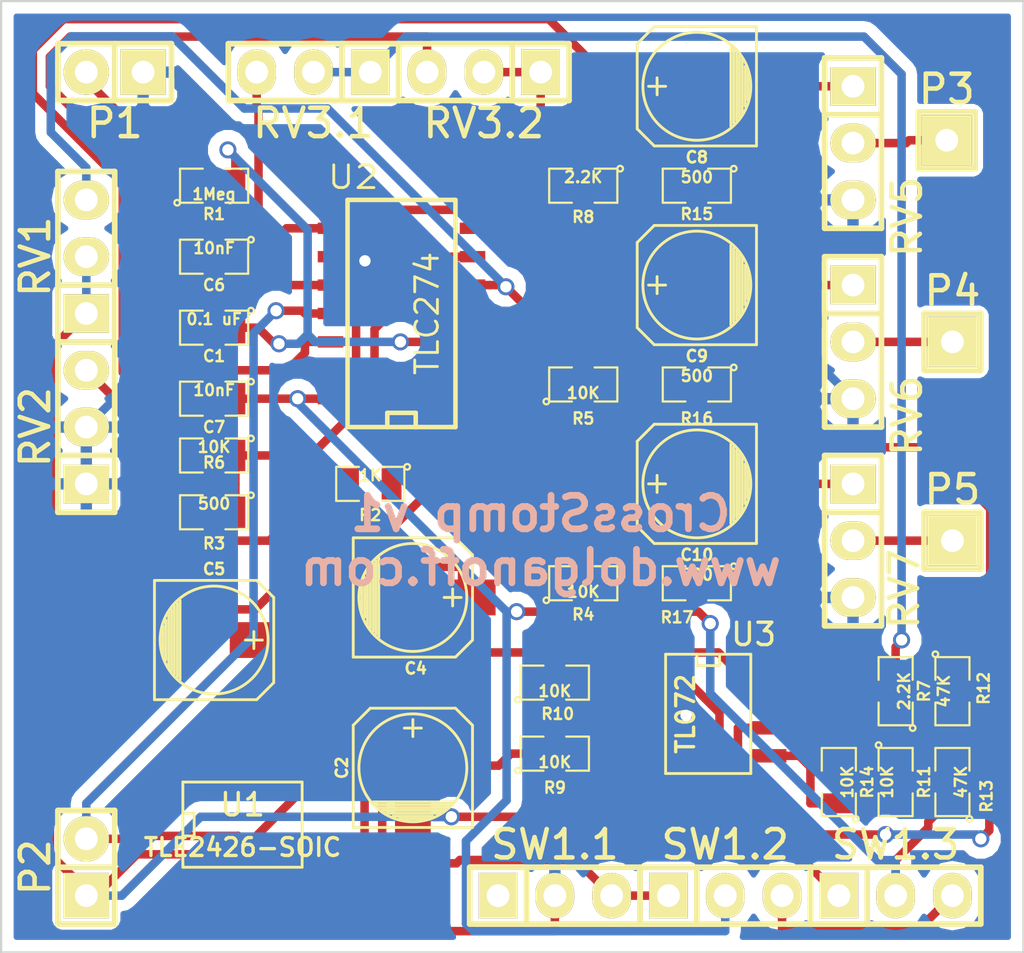
<source format=kicad_pcb>
(kicad_pcb (version 4) (host pcbnew "(2014-12-07 BZR 5316)-product")

  (general
    (links 79)
    (no_connects 0)
    (area 87.141353 42.6212 137.116457 87.4776)
    (thickness 1.6)
    (drawings 5)
    (tracks 354)
    (zones 0)
    (modules 44)
    (nets 36)
  )

  (page A4)
  (layers
    (0 F.Cu signal)
    (31 B.Cu signal)
    (32 B.Adhes user)
    (33 F.Adhes user)
    (34 B.Paste user)
    (35 F.Paste user)
    (36 B.SilkS user)
    (37 F.SilkS user)
    (38 B.Mask user)
    (39 F.Mask user)
    (40 Dwgs.User user)
    (41 Cmts.User user)
    (42 Eco1.User user)
    (43 Eco2.User user)
    (44 Edge.Cuts user)
    (45 Margin user)
    (46 B.CrtYd user)
    (47 F.CrtYd user)
    (48 B.Fab user)
    (49 F.Fab user)
  )

  (setup
    (last_trace_width 0.381)
    (trace_clearance 0.381)
    (zone_clearance 0.508)
    (zone_45_only no)
    (trace_min 0.254)
    (segment_width 0.2)
    (edge_width 0.1)
    (via_size 0.762)
    (via_drill 0.508)
    (via_min_size 0.762)
    (via_min_drill 0.508)
    (uvia_size 0.508)
    (uvia_drill 0.127)
    (uvias_allowed no)
    (uvia_min_size 0.508)
    (uvia_min_drill 0.127)
    (pcb_text_width 0.3)
    (pcb_text_size 1.5 1.5)
    (mod_edge_width 0.15)
    (mod_text_size 1 1)
    (mod_text_width 0.15)
    (pad_size 1.5 1.5)
    (pad_drill 0.6)
    (pad_to_mask_clearance 0)
    (aux_axis_origin 0 0)
    (visible_elements 7FFEF77F)
    (pcbplotparams
      (layerselection 0x010f0_80000001)
      (usegerberextensions true)
      (excludeedgelayer true)
      (linewidth 0.100000)
      (plotframeref false)
      (viasonmask true)
      (mode 1)
      (useauxorigin false)
      (hpglpennumber 1)
      (hpglpenspeed 20)
      (hpglpendiameter 15)
      (hpglpenoverlay 2)
      (psnegative false)
      (psa4output false)
      (plotreference true)
      (plotvalue false)
      (plotinvisibletext false)
      (padsonsilk false)
      (subtractmaskfromsilk true)
      (outputformat 1)
      (mirror false)
      (drillshape 0)
      (scaleselection 1)
      (outputdirectory plots/))
  )

  (net 0 "")
  (net 1 "Net-(C1-Pad1)")
  (net 2 "Net-(C1-Pad2)")
  (net 3 GND)
  (net 4 V+)
  (net 5 V-)
  (net 6 "Net-(C6-Pad1)")
  (net 7 "Net-(C6-Pad2)")
  (net 8 "Net-(C7-Pad1)")
  (net 9 "Net-(C7-Pad2)")
  (net 10 "Net-(C8-Pad1)")
  (net 11 "Net-(C8-Pad2)")
  (net 12 "Net-(C9-Pad1)")
  (net 13 "Net-(C9-Pad2)")
  (net 14 "Net-(C10-Pad1)")
  (net 15 "Net-(C10-Pad2)")
  (net 16 "Net-(P3-Pad1)")
  (net 17 "Net-(P4-Pad1)")
  (net 18 "Net-(P5-Pad1)")
  (net 19 "Net-(R2-Pad1)")
  (net 20 "Net-(R2-Pad2)")
  (net 21 "Net-(R3-Pad1)")
  (net 22 "Net-(R3-Pad2)")
  (net 23 "Net-(R4-Pad1)")
  (net 24 "Net-(R12-Pad1)")
  (net 25 "Net-(R7-Pad2)")
  (net 26 "Net-(R8-Pad2)")
  (net 27 "Net-(R9-Pad1)")
  (net 28 "Net-(R10-Pad1)")
  (net 29 "Net-(R10-Pad2)")
  (net 30 "Net-(R11-Pad2)")
  (net 31 "Net-(R12-Pad2)")
  (net 32 "Net-(R13-Pad1)")
  (net 33 "Net-(R14-Pad2)")
  (net 34 "Net-(C5-Pad1)")
  (net 35 "Net-(SW1.2-Pad3)")

  (net_class Default "This is the default net class."
    (clearance 0.381)
    (trace_width 0.381)
    (via_dia 0.762)
    (via_drill 0.508)
    (uvia_dia 0.508)
    (uvia_drill 0.127)
    (add_net GND)
    (add_net "Net-(C1-Pad1)")
    (add_net "Net-(C1-Pad2)")
    (add_net "Net-(C10-Pad1)")
    (add_net "Net-(C10-Pad2)")
    (add_net "Net-(C5-Pad1)")
    (add_net "Net-(C6-Pad1)")
    (add_net "Net-(C6-Pad2)")
    (add_net "Net-(C7-Pad1)")
    (add_net "Net-(C7-Pad2)")
    (add_net "Net-(C8-Pad1)")
    (add_net "Net-(C8-Pad2)")
    (add_net "Net-(C9-Pad1)")
    (add_net "Net-(C9-Pad2)")
    (add_net "Net-(P3-Pad1)")
    (add_net "Net-(P4-Pad1)")
    (add_net "Net-(P5-Pad1)")
    (add_net "Net-(R10-Pad1)")
    (add_net "Net-(R10-Pad2)")
    (add_net "Net-(R11-Pad2)")
    (add_net "Net-(R12-Pad1)")
    (add_net "Net-(R12-Pad2)")
    (add_net "Net-(R13-Pad1)")
    (add_net "Net-(R14-Pad2)")
    (add_net "Net-(R2-Pad1)")
    (add_net "Net-(R2-Pad2)")
    (add_net "Net-(R3-Pad1)")
    (add_net "Net-(R3-Pad2)")
    (add_net "Net-(R4-Pad1)")
    (add_net "Net-(R7-Pad2)")
    (add_net "Net-(R8-Pad2)")
    (add_net "Net-(R9-Pad1)")
    (add_net "Net-(SW1.2-Pad3)")
    (add_net V+)
    (add_net V-)
  )

  (module SMD_Packages:SMD-0805 placed (layer F.Cu) (tedit 53FA2BFA) (tstamp 53E54CF9)
    (at 97.79 58.42 180)
    (path /53E4C85F)
    (attr smd)
    (fp_text reference C1 (at 0 -1.27 180) (layer F.SilkS)
      (effects (font (size 0.50038 0.50038) (thickness 0.10922)))
    )
    (fp_text value "0.1 uF" (at 0 0.381 180) (layer F.SilkS)
      (effects (font (size 0.50038 0.50038) (thickness 0.10922)))
    )
    (fp_circle (center -1.651 0.762) (end -1.651 0.635) (layer F.SilkS) (width 0.09906))
    (fp_line (start -0.508 0.762) (end -1.524 0.762) (layer F.SilkS) (width 0.09906))
    (fp_line (start -1.524 0.762) (end -1.524 -0.762) (layer F.SilkS) (width 0.09906))
    (fp_line (start -1.524 -0.762) (end -0.508 -0.762) (layer F.SilkS) (width 0.09906))
    (fp_line (start 0.508 -0.762) (end 1.524 -0.762) (layer F.SilkS) (width 0.09906))
    (fp_line (start 1.524 -0.762) (end 1.524 0.762) (layer F.SilkS) (width 0.09906))
    (fp_line (start 1.524 0.762) (end 0.508 0.762) (layer F.SilkS) (width 0.09906))
    (pad 1 smd rect (at -0.9525 0 180) (size 0.889 1.397) (layers F.Cu F.Paste F.Mask)
      (net 1 "Net-(C1-Pad1)"))
    (pad 2 smd rect (at 0.9525 0 180) (size 0.889 1.397) (layers F.Cu F.Paste F.Mask)
      (net 2 "Net-(C1-Pad2)"))
    (model smd/chip_cms.wrl
      (at (xyz 0 0 0))
      (scale (xyz 0.1000000014901161 0.1000000014901161 0.1000000014901161))
      (rotate (xyz 0 0 0))
    )
  )

  (module Capacitors_SMD:c_elec_5x5.3 placed (layer F.Cu) (tedit 53FA2F80) (tstamp 53E54D29)
    (at 106.68 70.485)
    (descr "SMT capacitor, aluminium electrolytic, 5x5.3")
    (path /53E549D6)
    (fp_text reference C4 (at 0.127 3.175) (layer F.SilkS)
      (effects (font (size 0.50038 0.50038) (thickness 0.11938)))
    )
    (fp_text value "10 uF" (at 0 3.175) (layer F.SilkS) hide
      (effects (font (size 0.50038 0.50038) (thickness 0.11938)))
    )
    (fp_line (start -2.286 -0.635) (end -2.286 0.762) (layer F.SilkS) (width 0.127))
    (fp_line (start -2.159 -0.889) (end -2.159 0.889) (layer F.SilkS) (width 0.127))
    (fp_line (start -2.032 -1.27) (end -2.032 1.27) (layer F.SilkS) (width 0.127))
    (fp_line (start -1.905 1.397) (end -1.905 -1.397) (layer F.SilkS) (width 0.127))
    (fp_line (start -1.778 -1.524) (end -1.778 1.524) (layer F.SilkS) (width 0.127))
    (fp_line (start -1.651 1.651) (end -1.651 -1.651) (layer F.SilkS) (width 0.127))
    (fp_line (start -1.524 -1.778) (end -1.524 1.778) (layer F.SilkS) (width 0.127))
    (fp_circle (center 0 0) (end -2.413 0) (layer F.SilkS) (width 0.127))
    (fp_line (start -2.667 -2.667) (end 1.905 -2.667) (layer F.SilkS) (width 0.127))
    (fp_line (start 1.905 -2.667) (end 2.667 -1.905) (layer F.SilkS) (width 0.127))
    (fp_line (start 2.667 -1.905) (end 2.667 1.905) (layer F.SilkS) (width 0.127))
    (fp_line (start 2.667 1.905) (end 1.905 2.667) (layer F.SilkS) (width 0.127))
    (fp_line (start 1.905 2.667) (end -2.667 2.667) (layer F.SilkS) (width 0.127))
    (fp_line (start -2.667 2.667) (end -2.667 -2.667) (layer F.SilkS) (width 0.127))
    (fp_line (start 2.159 0) (end 1.397 0) (layer F.SilkS) (width 0.127))
    (fp_line (start 1.778 -0.381) (end 1.778 0.381) (layer F.SilkS) (width 0.127))
    (pad 1 smd rect (at 2.19964 0) (size 2.99974 1.6002) (layers F.Cu F.Paste F.Mask)
      (net 4 V+))
    (pad 2 smd rect (at -2.19964 0) (size 2.99974 1.6002) (layers F.Cu F.Paste F.Mask)
      (net 3 GND))
    (model smd/capacitors/c_elec_5x5_3.wrl
      (at (xyz 0 0 0))
      (scale (xyz 1 1 1))
      (rotate (xyz 0 0 0))
    )
  )

  (module Capacitors_SMD:c_elec_5x5.3 placed (layer F.Cu) (tedit 53E54B26) (tstamp 53E54D3F)
    (at 97.79 72.39)
    (descr "SMT capacitor, aluminium electrolytic, 5x5.3")
    (path /53E54AD1)
    (fp_text reference C5 (at 0 -3.175) (layer F.SilkS)
      (effects (font (size 0.50038 0.50038) (thickness 0.11938)))
    )
    (fp_text value "1 uF" (at 0 3.175) (layer F.SilkS) hide
      (effects (font (size 0.50038 0.50038) (thickness 0.11938)))
    )
    (fp_line (start -2.286 -0.635) (end -2.286 0.762) (layer F.SilkS) (width 0.127))
    (fp_line (start -2.159 -0.889) (end -2.159 0.889) (layer F.SilkS) (width 0.127))
    (fp_line (start -2.032 -1.27) (end -2.032 1.27) (layer F.SilkS) (width 0.127))
    (fp_line (start -1.905 1.397) (end -1.905 -1.397) (layer F.SilkS) (width 0.127))
    (fp_line (start -1.778 -1.524) (end -1.778 1.524) (layer F.SilkS) (width 0.127))
    (fp_line (start -1.651 1.651) (end -1.651 -1.651) (layer F.SilkS) (width 0.127))
    (fp_line (start -1.524 -1.778) (end -1.524 1.778) (layer F.SilkS) (width 0.127))
    (fp_circle (center 0 0) (end -2.413 0) (layer F.SilkS) (width 0.127))
    (fp_line (start -2.667 -2.667) (end 1.905 -2.667) (layer F.SilkS) (width 0.127))
    (fp_line (start 1.905 -2.667) (end 2.667 -1.905) (layer F.SilkS) (width 0.127))
    (fp_line (start 2.667 -1.905) (end 2.667 1.905) (layer F.SilkS) (width 0.127))
    (fp_line (start 2.667 1.905) (end 1.905 2.667) (layer F.SilkS) (width 0.127))
    (fp_line (start 1.905 2.667) (end -2.667 2.667) (layer F.SilkS) (width 0.127))
    (fp_line (start -2.667 2.667) (end -2.667 -2.667) (layer F.SilkS) (width 0.127))
    (fp_line (start 2.159 0) (end 1.397 0) (layer F.SilkS) (width 0.127))
    (fp_line (start 1.778 -0.381) (end 1.778 0.381) (layer F.SilkS) (width 0.127))
    (pad 1 smd rect (at 2.19964 0) (size 2.99974 1.6002) (layers F.Cu F.Paste F.Mask)
      (net 34 "Net-(C5-Pad1)"))
    (pad 2 smd rect (at -2.19964 0) (size 2.99974 1.6002) (layers F.Cu F.Paste F.Mask)
      (net 5 V-))
    (model smd/capacitors/c_elec_5x5_3.wrl
      (at (xyz 0 0 0))
      (scale (xyz 1 1 1))
      (rotate (xyz 0 0 0))
    )
  )

  (module SMD_Packages:SMD-0805 placed (layer F.Cu) (tedit 53FA2BF6) (tstamp 53E54D4C)
    (at 97.79 55.245 180)
    (path /53E4F0C2)
    (attr smd)
    (fp_text reference C6 (at 0 -1.27 180) (layer F.SilkS)
      (effects (font (size 0.50038 0.50038) (thickness 0.10922)))
    )
    (fp_text value 10nF (at 0 0.381 180) (layer F.SilkS)
      (effects (font (size 0.50038 0.50038) (thickness 0.10922)))
    )
    (fp_circle (center -1.651 0.762) (end -1.651 0.635) (layer F.SilkS) (width 0.09906))
    (fp_line (start -0.508 0.762) (end -1.524 0.762) (layer F.SilkS) (width 0.09906))
    (fp_line (start -1.524 0.762) (end -1.524 -0.762) (layer F.SilkS) (width 0.09906))
    (fp_line (start -1.524 -0.762) (end -0.508 -0.762) (layer F.SilkS) (width 0.09906))
    (fp_line (start 0.508 -0.762) (end 1.524 -0.762) (layer F.SilkS) (width 0.09906))
    (fp_line (start 1.524 -0.762) (end 1.524 0.762) (layer F.SilkS) (width 0.09906))
    (fp_line (start 1.524 0.762) (end 0.508 0.762) (layer F.SilkS) (width 0.09906))
    (pad 1 smd rect (at -0.9525 0 180) (size 0.889 1.397) (layers F.Cu F.Paste F.Mask)
      (net 6 "Net-(C6-Pad1)"))
    (pad 2 smd rect (at 0.9525 0 180) (size 0.889 1.397) (layers F.Cu F.Paste F.Mask)
      (net 7 "Net-(C6-Pad2)"))
    (model smd/chip_cms.wrl
      (at (xyz 0 0 0))
      (scale (xyz 0.1000000014901161 0.1000000014901161 0.1000000014901161))
      (rotate (xyz 0 0 0))
    )
  )

  (module SMD_Packages:SMD-0805 placed (layer F.Cu) (tedit 53FA2C04) (tstamp 53E54D59)
    (at 97.79 61.595 180)
    (path /53E50786)
    (attr smd)
    (fp_text reference C7 (at 0 -1.27 180) (layer F.SilkS)
      (effects (font (size 0.50038 0.50038) (thickness 0.10922)))
    )
    (fp_text value 10nF (at 0 0.381 180) (layer F.SilkS)
      (effects (font (size 0.50038 0.50038) (thickness 0.10922)))
    )
    (fp_circle (center -1.651 0.762) (end -1.651 0.635) (layer F.SilkS) (width 0.09906))
    (fp_line (start -0.508 0.762) (end -1.524 0.762) (layer F.SilkS) (width 0.09906))
    (fp_line (start -1.524 0.762) (end -1.524 -0.762) (layer F.SilkS) (width 0.09906))
    (fp_line (start -1.524 -0.762) (end -0.508 -0.762) (layer F.SilkS) (width 0.09906))
    (fp_line (start 0.508 -0.762) (end 1.524 -0.762) (layer F.SilkS) (width 0.09906))
    (fp_line (start 1.524 -0.762) (end 1.524 0.762) (layer F.SilkS) (width 0.09906))
    (fp_line (start 1.524 0.762) (end 0.508 0.762) (layer F.SilkS) (width 0.09906))
    (pad 1 smd rect (at -0.9525 0 180) (size 0.889 1.397) (layers F.Cu F.Paste F.Mask)
      (net 8 "Net-(C7-Pad1)"))
    (pad 2 smd rect (at 0.9525 0 180) (size 0.889 1.397) (layers F.Cu F.Paste F.Mask)
      (net 9 "Net-(C7-Pad2)"))
    (model smd/chip_cms.wrl
      (at (xyz 0 0 0))
      (scale (xyz 0.1000000014901161 0.1000000014901161 0.1000000014901161))
      (rotate (xyz 0 0 0))
    )
  )

  (module Capacitors_SMD:c_elec_5x5.3 placed (layer F.Cu) (tedit 53E54B26) (tstamp 53E54D6F)
    (at 119.38 47.625 180)
    (descr "SMT capacitor, aluminium electrolytic, 5x5.3")
    (path /53E5E29E)
    (fp_text reference C8 (at 0 -3.175 180) (layer F.SilkS)
      (effects (font (size 0.50038 0.50038) (thickness 0.11938)))
    )
    (fp_text value "10 uF" (at 0 3.175 180) (layer F.SilkS) hide
      (effects (font (size 0.50038 0.50038) (thickness 0.11938)))
    )
    (fp_line (start -2.286 -0.635) (end -2.286 0.762) (layer F.SilkS) (width 0.127))
    (fp_line (start -2.159 -0.889) (end -2.159 0.889) (layer F.SilkS) (width 0.127))
    (fp_line (start -2.032 -1.27) (end -2.032 1.27) (layer F.SilkS) (width 0.127))
    (fp_line (start -1.905 1.397) (end -1.905 -1.397) (layer F.SilkS) (width 0.127))
    (fp_line (start -1.778 -1.524) (end -1.778 1.524) (layer F.SilkS) (width 0.127))
    (fp_line (start -1.651 1.651) (end -1.651 -1.651) (layer F.SilkS) (width 0.127))
    (fp_line (start -1.524 -1.778) (end -1.524 1.778) (layer F.SilkS) (width 0.127))
    (fp_circle (center 0 0) (end -2.413 0) (layer F.SilkS) (width 0.127))
    (fp_line (start -2.667 -2.667) (end 1.905 -2.667) (layer F.SilkS) (width 0.127))
    (fp_line (start 1.905 -2.667) (end 2.667 -1.905) (layer F.SilkS) (width 0.127))
    (fp_line (start 2.667 -1.905) (end 2.667 1.905) (layer F.SilkS) (width 0.127))
    (fp_line (start 2.667 1.905) (end 1.905 2.667) (layer F.SilkS) (width 0.127))
    (fp_line (start 1.905 2.667) (end -2.667 2.667) (layer F.SilkS) (width 0.127))
    (fp_line (start -2.667 2.667) (end -2.667 -2.667) (layer F.SilkS) (width 0.127))
    (fp_line (start 2.159 0) (end 1.397 0) (layer F.SilkS) (width 0.127))
    (fp_line (start 1.778 -0.381) (end 1.778 0.381) (layer F.SilkS) (width 0.127))
    (pad 1 smd rect (at 2.19964 0 180) (size 2.99974 1.6002) (layers F.Cu F.Paste F.Mask)
      (net 10 "Net-(C8-Pad1)"))
    (pad 2 smd rect (at -2.19964 0 180) (size 2.99974 1.6002) (layers F.Cu F.Paste F.Mask)
      (net 11 "Net-(C8-Pad2)"))
    (model smd/capacitors/c_elec_5x5_3.wrl
      (at (xyz 0 0 0))
      (scale (xyz 1 1 1))
      (rotate (xyz 0 0 0))
    )
  )

  (module Capacitors_SMD:c_elec_5x5.3 placed (layer F.Cu) (tedit 53E54B26) (tstamp 53E54D85)
    (at 119.38 56.515 180)
    (descr "SMT capacitor, aluminium electrolytic, 5x5.3")
    (path /53E5EA18)
    (fp_text reference C9 (at 0 -3.175 180) (layer F.SilkS)
      (effects (font (size 0.50038 0.50038) (thickness 0.11938)))
    )
    (fp_text value "10 uF" (at 0 3.175 180) (layer F.SilkS) hide
      (effects (font (size 0.50038 0.50038) (thickness 0.11938)))
    )
    (fp_line (start -2.286 -0.635) (end -2.286 0.762) (layer F.SilkS) (width 0.127))
    (fp_line (start -2.159 -0.889) (end -2.159 0.889) (layer F.SilkS) (width 0.127))
    (fp_line (start -2.032 -1.27) (end -2.032 1.27) (layer F.SilkS) (width 0.127))
    (fp_line (start -1.905 1.397) (end -1.905 -1.397) (layer F.SilkS) (width 0.127))
    (fp_line (start -1.778 -1.524) (end -1.778 1.524) (layer F.SilkS) (width 0.127))
    (fp_line (start -1.651 1.651) (end -1.651 -1.651) (layer F.SilkS) (width 0.127))
    (fp_line (start -1.524 -1.778) (end -1.524 1.778) (layer F.SilkS) (width 0.127))
    (fp_circle (center 0 0) (end -2.413 0) (layer F.SilkS) (width 0.127))
    (fp_line (start -2.667 -2.667) (end 1.905 -2.667) (layer F.SilkS) (width 0.127))
    (fp_line (start 1.905 -2.667) (end 2.667 -1.905) (layer F.SilkS) (width 0.127))
    (fp_line (start 2.667 -1.905) (end 2.667 1.905) (layer F.SilkS) (width 0.127))
    (fp_line (start 2.667 1.905) (end 1.905 2.667) (layer F.SilkS) (width 0.127))
    (fp_line (start 1.905 2.667) (end -2.667 2.667) (layer F.SilkS) (width 0.127))
    (fp_line (start -2.667 2.667) (end -2.667 -2.667) (layer F.SilkS) (width 0.127))
    (fp_line (start 2.159 0) (end 1.397 0) (layer F.SilkS) (width 0.127))
    (fp_line (start 1.778 -0.381) (end 1.778 0.381) (layer F.SilkS) (width 0.127))
    (pad 1 smd rect (at 2.19964 0 180) (size 2.99974 1.6002) (layers F.Cu F.Paste F.Mask)
      (net 12 "Net-(C9-Pad1)"))
    (pad 2 smd rect (at -2.19964 0 180) (size 2.99974 1.6002) (layers F.Cu F.Paste F.Mask)
      (net 13 "Net-(C9-Pad2)"))
    (model smd/capacitors/c_elec_5x5_3.wrl
      (at (xyz 0 0 0))
      (scale (xyz 1 1 1))
      (rotate (xyz 0 0 0))
    )
  )

  (module Capacitors_SMD:c_elec_5x5.3 placed (layer F.Cu) (tedit 53E54B26) (tstamp 53E54D9B)
    (at 119.38 65.405 180)
    (descr "SMT capacitor, aluminium electrolytic, 5x5.3")
    (path /53E5F6BE)
    (fp_text reference C10 (at 0 -3.175 180) (layer F.SilkS)
      (effects (font (size 0.50038 0.50038) (thickness 0.11938)))
    )
    (fp_text value "10 uF" (at 0 3.175 180) (layer F.SilkS) hide
      (effects (font (size 0.50038 0.50038) (thickness 0.11938)))
    )
    (fp_line (start -2.286 -0.635) (end -2.286 0.762) (layer F.SilkS) (width 0.127))
    (fp_line (start -2.159 -0.889) (end -2.159 0.889) (layer F.SilkS) (width 0.127))
    (fp_line (start -2.032 -1.27) (end -2.032 1.27) (layer F.SilkS) (width 0.127))
    (fp_line (start -1.905 1.397) (end -1.905 -1.397) (layer F.SilkS) (width 0.127))
    (fp_line (start -1.778 -1.524) (end -1.778 1.524) (layer F.SilkS) (width 0.127))
    (fp_line (start -1.651 1.651) (end -1.651 -1.651) (layer F.SilkS) (width 0.127))
    (fp_line (start -1.524 -1.778) (end -1.524 1.778) (layer F.SilkS) (width 0.127))
    (fp_circle (center 0 0) (end -2.413 0) (layer F.SilkS) (width 0.127))
    (fp_line (start -2.667 -2.667) (end 1.905 -2.667) (layer F.SilkS) (width 0.127))
    (fp_line (start 1.905 -2.667) (end 2.667 -1.905) (layer F.SilkS) (width 0.127))
    (fp_line (start 2.667 -1.905) (end 2.667 1.905) (layer F.SilkS) (width 0.127))
    (fp_line (start 2.667 1.905) (end 1.905 2.667) (layer F.SilkS) (width 0.127))
    (fp_line (start 1.905 2.667) (end -2.667 2.667) (layer F.SilkS) (width 0.127))
    (fp_line (start -2.667 2.667) (end -2.667 -2.667) (layer F.SilkS) (width 0.127))
    (fp_line (start 2.159 0) (end 1.397 0) (layer F.SilkS) (width 0.127))
    (fp_line (start 1.778 -0.381) (end 1.778 0.381) (layer F.SilkS) (width 0.127))
    (pad 1 smd rect (at 2.19964 0 180) (size 2.99974 1.6002) (layers F.Cu F.Paste F.Mask)
      (net 14 "Net-(C10-Pad1)"))
    (pad 2 smd rect (at -2.19964 0 180) (size 2.99974 1.6002) (layers F.Cu F.Paste F.Mask)
      (net 15 "Net-(C10-Pad2)"))
    (model smd/capacitors/c_elec_5x5_3.wrl
      (at (xyz 0 0 0))
      (scale (xyz 1 1 1))
      (rotate (xyz 0 0 0))
    )
  )

  (module Pin_Headers:Pin_Header_Straight_1x02 placed (layer F.Cu) (tedit 53F258A4) (tstamp 53E54DA7)
    (at 93.345 46.99 180)
    (descr "1 pin")
    (tags "CONN DEV")
    (path /53E52E0F)
    (fp_text reference P1 (at 0 -2.286 180) (layer F.SilkS)
      (effects (font (size 1.27 1.27) (thickness 0.2032)))
    )
    (fp_text value IN (at 2.54 -2.794 180) (layer F.SilkS) hide
      (effects (font (size 1.27 1.27) (thickness 0.2032)))
    )
    (fp_line (start 0 -1.27) (end 0 1.27) (layer F.SilkS) (width 0.254))
    (fp_line (start -2.54 -1.27) (end -2.54 1.27) (layer F.SilkS) (width 0.254))
    (fp_line (start -2.54 1.27) (end 0 1.27) (layer F.SilkS) (width 0.254))
    (fp_line (start 0 1.27) (end 2.54 1.27) (layer F.SilkS) (width 0.254))
    (fp_line (start 2.54 1.27) (end 2.54 -1.27) (layer F.SilkS) (width 0.254))
    (fp_line (start 2.54 -1.27) (end -2.54 -1.27) (layer F.SilkS) (width 0.254))
    (pad 1 thru_hole rect (at -1.27 0 180) (size 2.032 2.032) (drill 1.016) (layers *.Cu *.Mask F.SilkS)
      (net 3 GND))
    (pad 2 thru_hole oval (at 1.27 0 180) (size 2.032 2.032) (drill 1.016) (layers *.Cu *.Mask F.SilkS)
      (net 2 "Net-(C1-Pad2)"))
    (model Pin_Headers/Pin_Header_Straight_1x02.wrl
      (at (xyz 0 0 0))
      (scale (xyz 1 1 1))
      (rotate (xyz 0 0 0))
    )
  )

  (module Pin_Headers:Pin_Header_Straight_1x02 placed (layer F.Cu) (tedit 53F2589E) (tstamp 53E54DB3)
    (at 92.075 82.55 90)
    (descr "1 pin")
    (tags "CONN DEV")
    (path /53E56850)
    (fp_text reference P2 (at 0 -2.286 90) (layer F.SilkS)
      (effects (font (size 1.27 1.27) (thickness 0.2032)))
    )
    (fp_text value 9V (at 3.048 -3.302 90) (layer F.SilkS) hide
      (effects (font (size 1.27 1.27) (thickness 0.2032)))
    )
    (fp_line (start 0 -1.27) (end 0 1.27) (layer F.SilkS) (width 0.254))
    (fp_line (start -2.54 -1.27) (end -2.54 1.27) (layer F.SilkS) (width 0.254))
    (fp_line (start -2.54 1.27) (end 0 1.27) (layer F.SilkS) (width 0.254))
    (fp_line (start 0 1.27) (end 2.54 1.27) (layer F.SilkS) (width 0.254))
    (fp_line (start 2.54 1.27) (end 2.54 -1.27) (layer F.SilkS) (width 0.254))
    (fp_line (start 2.54 -1.27) (end -2.54 -1.27) (layer F.SilkS) (width 0.254))
    (pad 1 thru_hole rect (at -1.27 0 90) (size 2.032 2.032) (drill 1.016) (layers *.Cu *.Mask F.SilkS)
      (net 5 V-))
    (pad 2 thru_hole oval (at 1.27 0 90) (size 2.032 2.032) (drill 1.016) (layers *.Cu *.Mask F.SilkS)
      (net 4 V+))
    (model Pin_Headers/Pin_Header_Straight_1x02.wrl
      (at (xyz 0 0 0))
      (scale (xyz 1 1 1))
      (rotate (xyz 0 0 0))
    )
  )

  (module Pin_Headers:Pin_Header_Straight_1x01 placed (layer F.Cu) (tedit 53F2588A) (tstamp 53E54DBC)
    (at 130.556 50.038)
    (descr "1 pin")
    (tags "CONN DEV")
    (path /53E5FA66)
    (fp_text reference P3 (at 0 -2.286) (layer F.SilkS)
      (effects (font (size 1.27 1.27) (thickness 0.2032)))
    )
    (fp_text value HIGH (at 3.81 -0.762) (layer F.SilkS) hide
      (effects (font (size 1.27 1.27) (thickness 0.2032)))
    )
    (fp_line (start -1.27 -1.27) (end -1.27 1.27) (layer F.SilkS) (width 0.254))
    (fp_line (start -1.27 1.27) (end 1.27 1.27) (layer F.SilkS) (width 0.254))
    (fp_line (start 1.27 1.27) (end 1.27 -1.27) (layer F.SilkS) (width 0.254))
    (fp_line (start 1.27 -1.27) (end -1.27 -1.27) (layer F.SilkS) (width 0.254))
    (pad 1 thru_hole rect (at 0 0) (size 2.2352 2.2352) (drill 1.016) (layers *.Cu *.Mask F.SilkS)
      (net 16 "Net-(P3-Pad1)"))
    (model Pin_Headers/Pin_Header_Straight_1x01.wrl
      (at (xyz 0 0 0))
      (scale (xyz 1 1 1))
      (rotate (xyz 0 0 0))
    )
  )

  (module Pin_Headers:Pin_Header_Straight_1x01 placed (layer F.Cu) (tedit 53F25894) (tstamp 53E54DC5)
    (at 130.81 59.055)
    (descr "1 pin")
    (tags "CONN DEV")
    (path /53E5FAF6)
    (fp_text reference P4 (at 0 -2.286) (layer F.SilkS)
      (effects (font (size 1.27 1.27) (thickness 0.2032)))
    )
    (fp_text value SUM (at 3.302 -0.508) (layer F.SilkS) hide
      (effects (font (size 1.27 1.27) (thickness 0.2032)))
    )
    (fp_line (start -1.27 -1.27) (end -1.27 1.27) (layer F.SilkS) (width 0.254))
    (fp_line (start -1.27 1.27) (end 1.27 1.27) (layer F.SilkS) (width 0.254))
    (fp_line (start 1.27 1.27) (end 1.27 -1.27) (layer F.SilkS) (width 0.254))
    (fp_line (start 1.27 -1.27) (end -1.27 -1.27) (layer F.SilkS) (width 0.254))
    (pad 1 thru_hole rect (at 0 0) (size 2.2352 2.2352) (drill 1.016) (layers *.Cu *.Mask F.SilkS)
      (net 17 "Net-(P4-Pad1)"))
    (model Pin_Headers/Pin_Header_Straight_1x01.wrl
      (at (xyz 0 0 0))
      (scale (xyz 1 1 1))
      (rotate (xyz 0 0 0))
    )
  )

  (module Pin_Headers:Pin_Header_Straight_1x01 placed (layer F.Cu) (tedit 53F25880) (tstamp 53E54DCE)
    (at 130.81 67.945)
    (descr "1 pin")
    (tags "CONN DEV")
    (path /53E5FF31)
    (fp_text reference P5 (at 0 -2.286) (layer F.SilkS)
      (effects (font (size 1.27 1.27) (thickness 0.2032)))
    )
    (fp_text value LOW (at 3.81 -1.016) (layer F.SilkS) hide
      (effects (font (size 1.27 1.27) (thickness 0.2032)))
    )
    (fp_line (start -1.27 -1.27) (end -1.27 1.27) (layer F.SilkS) (width 0.254))
    (fp_line (start -1.27 1.27) (end 1.27 1.27) (layer F.SilkS) (width 0.254))
    (fp_line (start 1.27 1.27) (end 1.27 -1.27) (layer F.SilkS) (width 0.254))
    (fp_line (start 1.27 -1.27) (end -1.27 -1.27) (layer F.SilkS) (width 0.254))
    (pad 1 thru_hole rect (at 0 0) (size 2.2352 2.2352) (drill 1.016) (layers *.Cu *.Mask F.SilkS)
      (net 18 "Net-(P5-Pad1)"))
    (model Pin_Headers/Pin_Header_Straight_1x01.wrl
      (at (xyz 0 0 0))
      (scale (xyz 1 1 1))
      (rotate (xyz 0 0 0))
    )
  )

  (module SMD_Packages:SMD-0805 placed (layer F.Cu) (tedit 53FA2BEA) (tstamp 53E54DDB)
    (at 97.79 52.07)
    (path /53E4C7CD)
    (attr smd)
    (fp_text reference R1 (at 0 1.27) (layer F.SilkS)
      (effects (font (size 0.50038 0.50038) (thickness 0.10922)))
    )
    (fp_text value 1Meg (at 0 0.381) (layer F.SilkS)
      (effects (font (size 0.50038 0.50038) (thickness 0.10922)))
    )
    (fp_circle (center -1.651 0.762) (end -1.651 0.635) (layer F.SilkS) (width 0.09906))
    (fp_line (start -0.508 0.762) (end -1.524 0.762) (layer F.SilkS) (width 0.09906))
    (fp_line (start -1.524 0.762) (end -1.524 -0.762) (layer F.SilkS) (width 0.09906))
    (fp_line (start -1.524 -0.762) (end -0.508 -0.762) (layer F.SilkS) (width 0.09906))
    (fp_line (start 0.508 -0.762) (end 1.524 -0.762) (layer F.SilkS) (width 0.09906))
    (fp_line (start 1.524 -0.762) (end 1.524 0.762) (layer F.SilkS) (width 0.09906))
    (fp_line (start 1.524 0.762) (end 0.508 0.762) (layer F.SilkS) (width 0.09906))
    (pad 1 smd rect (at -0.9525 0) (size 0.889 1.397) (layers F.Cu F.Paste F.Mask)
      (net 3 GND))
    (pad 2 smd rect (at 0.9525 0) (size 0.889 1.397) (layers F.Cu F.Paste F.Mask)
      (net 1 "Net-(C1-Pad1)"))
    (model smd/chip_cms.wrl
      (at (xyz 0 0 0))
      (scale (xyz 0.1000000014901161 0.1000000014901161 0.1000000014901161))
      (rotate (xyz 0 0 0))
    )
  )

  (module SMD_Packages:SMD-0805 placed (layer F.Cu) (tedit 53FA2C17) (tstamp 53E54DE8)
    (at 104.775 65.405 180)
    (path /53E4C8B9)
    (attr smd)
    (fp_text reference R2 (at 0 -1.397 180) (layer F.SilkS)
      (effects (font (size 0.50038 0.50038) (thickness 0.10922)))
    )
    (fp_text value 1K (at 0 0.381 180) (layer F.SilkS)
      (effects (font (size 0.50038 0.50038) (thickness 0.10922)))
    )
    (fp_circle (center -1.651 0.762) (end -1.651 0.635) (layer F.SilkS) (width 0.09906))
    (fp_line (start -0.508 0.762) (end -1.524 0.762) (layer F.SilkS) (width 0.09906))
    (fp_line (start -1.524 0.762) (end -1.524 -0.762) (layer F.SilkS) (width 0.09906))
    (fp_line (start -1.524 -0.762) (end -0.508 -0.762) (layer F.SilkS) (width 0.09906))
    (fp_line (start 0.508 -0.762) (end 1.524 -0.762) (layer F.SilkS) (width 0.09906))
    (fp_line (start 1.524 -0.762) (end 1.524 0.762) (layer F.SilkS) (width 0.09906))
    (fp_line (start 1.524 0.762) (end 0.508 0.762) (layer F.SilkS) (width 0.09906))
    (pad 1 smd rect (at -0.9525 0 180) (size 0.889 1.397) (layers F.Cu F.Paste F.Mask)
      (net 19 "Net-(R2-Pad1)"))
    (pad 2 smd rect (at 0.9525 0 180) (size 0.889 1.397) (layers F.Cu F.Paste F.Mask)
      (net 20 "Net-(R2-Pad2)"))
    (model smd/chip_cms.wrl
      (at (xyz 0 0 0))
      (scale (xyz 0.1000000014901161 0.1000000014901161 0.1000000014901161))
      (rotate (xyz 0 0 0))
    )
  )

  (module SMD_Packages:SMD-0805 placed (layer F.Cu) (tedit 53FA2C10) (tstamp 53E54DF5)
    (at 97.79 66.675 180)
    (path /53E4DA81)
    (attr smd)
    (fp_text reference R3 (at 0 -1.397 180) (layer F.SilkS)
      (effects (font (size 0.50038 0.50038) (thickness 0.10922)))
    )
    (fp_text value 500 (at 0 0.381 180) (layer F.SilkS)
      (effects (font (size 0.50038 0.50038) (thickness 0.10922)))
    )
    (fp_circle (center -1.651 0.762) (end -1.651 0.635) (layer F.SilkS) (width 0.09906))
    (fp_line (start -0.508 0.762) (end -1.524 0.762) (layer F.SilkS) (width 0.09906))
    (fp_line (start -1.524 0.762) (end -1.524 -0.762) (layer F.SilkS) (width 0.09906))
    (fp_line (start -1.524 -0.762) (end -0.508 -0.762) (layer F.SilkS) (width 0.09906))
    (fp_line (start 0.508 -0.762) (end 1.524 -0.762) (layer F.SilkS) (width 0.09906))
    (fp_line (start 1.524 -0.762) (end 1.524 0.762) (layer F.SilkS) (width 0.09906))
    (fp_line (start 1.524 0.762) (end 0.508 0.762) (layer F.SilkS) (width 0.09906))
    (pad 1 smd rect (at -0.9525 0 180) (size 0.889 1.397) (layers F.Cu F.Paste F.Mask)
      (net 21 "Net-(R3-Pad1)"))
    (pad 2 smd rect (at 0.9525 0 180) (size 0.889 1.397) (layers F.Cu F.Paste F.Mask)
      (net 22 "Net-(R3-Pad2)"))
    (model smd/chip_cms.wrl
      (at (xyz 0 0 0))
      (scale (xyz 0.1000000014901161 0.1000000014901161 0.1000000014901161))
      (rotate (xyz 0 0 0))
    )
  )

  (module SMD_Packages:SMD-0805 placed (layer F.Cu) (tedit 53FA2F01) (tstamp 53E54E02)
    (at 114.3 69.85)
    (path /53E4D9C4)
    (attr smd)
    (fp_text reference R4 (at 0 1.397) (layer F.SilkS)
      (effects (font (size 0.50038 0.50038) (thickness 0.10922)))
    )
    (fp_text value 10K (at 0 0.381) (layer F.SilkS)
      (effects (font (size 0.50038 0.50038) (thickness 0.10922)))
    )
    (fp_circle (center -1.651 0.762) (end -1.651 0.635) (layer F.SilkS) (width 0.09906))
    (fp_line (start -0.508 0.762) (end -1.524 0.762) (layer F.SilkS) (width 0.09906))
    (fp_line (start -1.524 0.762) (end -1.524 -0.762) (layer F.SilkS) (width 0.09906))
    (fp_line (start -1.524 -0.762) (end -0.508 -0.762) (layer F.SilkS) (width 0.09906))
    (fp_line (start 0.508 -0.762) (end 1.524 -0.762) (layer F.SilkS) (width 0.09906))
    (fp_line (start 1.524 -0.762) (end 1.524 0.762) (layer F.SilkS) (width 0.09906))
    (fp_line (start 1.524 0.762) (end 0.508 0.762) (layer F.SilkS) (width 0.09906))
    (pad 1 smd rect (at -0.9525 0) (size 0.889 1.397) (layers F.Cu F.Paste F.Mask)
      (net 23 "Net-(R4-Pad1)"))
    (pad 2 smd rect (at 0.9525 0) (size 0.889 1.397) (layers F.Cu F.Paste F.Mask)
      (net 8 "Net-(C7-Pad1)"))
    (model smd/chip_cms.wrl
      (at (xyz 0 0 0))
      (scale (xyz 0.1000000014901161 0.1000000014901161 0.1000000014901161))
      (rotate (xyz 0 0 0))
    )
  )

  (module SMD_Packages:SMD-0805 placed (layer F.Cu) (tedit 53FA2EF0) (tstamp 53F661CE)
    (at 114.3 60.96)
    (path /53E4D961)
    (attr smd)
    (fp_text reference R5 (at 0 1.524) (layer F.SilkS)
      (effects (font (size 0.50038 0.50038) (thickness 0.10922)))
    )
    (fp_text value 10K (at 0 0.381) (layer F.SilkS)
      (effects (font (size 0.50038 0.50038) (thickness 0.10922)))
    )
    (fp_circle (center -1.651 0.762) (end -1.651 0.635) (layer F.SilkS) (width 0.09906))
    (fp_line (start -0.508 0.762) (end -1.524 0.762) (layer F.SilkS) (width 0.09906))
    (fp_line (start -1.524 0.762) (end -1.524 -0.762) (layer F.SilkS) (width 0.09906))
    (fp_line (start -1.524 -0.762) (end -0.508 -0.762) (layer F.SilkS) (width 0.09906))
    (fp_line (start 0.508 -0.762) (end 1.524 -0.762) (layer F.SilkS) (width 0.09906))
    (fp_line (start 1.524 -0.762) (end 1.524 0.762) (layer F.SilkS) (width 0.09906))
    (fp_line (start 1.524 0.762) (end 0.508 0.762) (layer F.SilkS) (width 0.09906))
    (pad 1 smd rect (at -0.9525 0) (size 0.889 1.397) (layers F.Cu F.Paste F.Mask)
      (net 23 "Net-(R4-Pad1)"))
    (pad 2 smd rect (at 0.9525 0) (size 0.889 1.397) (layers F.Cu F.Paste F.Mask)
      (net 24 "Net-(R12-Pad1)"))
    (model smd/chip_cms.wrl
      (at (xyz 0 0 0))
      (scale (xyz 0.1000000014901161 0.1000000014901161 0.1000000014901161))
      (rotate (xyz 0 0 0))
    )
  )

  (module SMD_Packages:SMD-0805 placed (layer F.Cu) (tedit 53E54B21) (tstamp 53E54E1C)
    (at 97.79 64.135 180)
    (path /53E4DA22)
    (attr smd)
    (fp_text reference R6 (at 0 -0.3175 180) (layer F.SilkS)
      (effects (font (size 0.50038 0.50038) (thickness 0.10922)))
    )
    (fp_text value 10K (at 0 0.381 180) (layer F.SilkS)
      (effects (font (size 0.50038 0.50038) (thickness 0.10922)))
    )
    (fp_circle (center -1.651 0.762) (end -1.651 0.635) (layer F.SilkS) (width 0.09906))
    (fp_line (start -0.508 0.762) (end -1.524 0.762) (layer F.SilkS) (width 0.09906))
    (fp_line (start -1.524 0.762) (end -1.524 -0.762) (layer F.SilkS) (width 0.09906))
    (fp_line (start -1.524 -0.762) (end -0.508 -0.762) (layer F.SilkS) (width 0.09906))
    (fp_line (start 0.508 -0.762) (end 1.524 -0.762) (layer F.SilkS) (width 0.09906))
    (fp_line (start 1.524 -0.762) (end 1.524 0.762) (layer F.SilkS) (width 0.09906))
    (fp_line (start 1.524 0.762) (end 0.508 0.762) (layer F.SilkS) (width 0.09906))
    (pad 1 smd rect (at -0.9525 0 180) (size 0.889 1.397) (layers F.Cu F.Paste F.Mask)
      (net 21 "Net-(R3-Pad1)"))
    (pad 2 smd rect (at 0.9525 0 180) (size 0.889 1.397) (layers F.Cu F.Paste F.Mask)
      (net 6 "Net-(C6-Pad1)"))
    (model smd/chip_cms.wrl
      (at (xyz 0 0 0))
      (scale (xyz 0.1000000014901161 0.1000000014901161 0.1000000014901161))
      (rotate (xyz 0 0 0))
    )
  )

  (module SMD_Packages:SMD-0805 placed (layer F.Cu) (tedit 53FA2F49) (tstamp 53E54E29)
    (at 128.27 74.676 90)
    (path /53E4EAB7)
    (attr smd)
    (fp_text reference R7 (at 0 1.27 90) (layer F.SilkS)
      (effects (font (size 0.50038 0.50038) (thickness 0.10922)))
    )
    (fp_text value 2.2K (at 0 0.381 90) (layer F.SilkS)
      (effects (font (size 0.50038 0.50038) (thickness 0.10922)))
    )
    (fp_circle (center -1.651 0.762) (end -1.651 0.635) (layer F.SilkS) (width 0.09906))
    (fp_line (start -0.508 0.762) (end -1.524 0.762) (layer F.SilkS) (width 0.09906))
    (fp_line (start -1.524 0.762) (end -1.524 -0.762) (layer F.SilkS) (width 0.09906))
    (fp_line (start -1.524 -0.762) (end -0.508 -0.762) (layer F.SilkS) (width 0.09906))
    (fp_line (start 0.508 -0.762) (end 1.524 -0.762) (layer F.SilkS) (width 0.09906))
    (fp_line (start 1.524 -0.762) (end 1.524 0.762) (layer F.SilkS) (width 0.09906))
    (fp_line (start 1.524 0.762) (end 0.508 0.762) (layer F.SilkS) (width 0.09906))
    (pad 1 smd rect (at -0.9525 0 90) (size 0.889 1.397) (layers F.Cu F.Paste F.Mask)
      (net 24 "Net-(R12-Pad1)"))
    (pad 2 smd rect (at 0.9525 0 90) (size 0.889 1.397) (layers F.Cu F.Paste F.Mask)
      (net 25 "Net-(R7-Pad2)"))
    (model smd/chip_cms.wrl
      (at (xyz 0 0 0))
      (scale (xyz 0.1000000014901161 0.1000000014901161 0.1000000014901161))
      (rotate (xyz 0 0 0))
    )
  )

  (module SMD_Packages:SMD-0805 placed (layer F.Cu) (tedit 53FA2C2C) (tstamp 53E54E36)
    (at 114.3 52.07 180)
    (path /53E4F6A6)
    (attr smd)
    (fp_text reference R8 (at 0 -1.397 180) (layer F.SilkS)
      (effects (font (size 0.50038 0.50038) (thickness 0.10922)))
    )
    (fp_text value 2.2K (at 0 0.381 180) (layer F.SilkS)
      (effects (font (size 0.50038 0.50038) (thickness 0.10922)))
    )
    (fp_circle (center -1.651 0.762) (end -1.651 0.635) (layer F.SilkS) (width 0.09906))
    (fp_line (start -0.508 0.762) (end -1.524 0.762) (layer F.SilkS) (width 0.09906))
    (fp_line (start -1.524 0.762) (end -1.524 -0.762) (layer F.SilkS) (width 0.09906))
    (fp_line (start -1.524 -0.762) (end -0.508 -0.762) (layer F.SilkS) (width 0.09906))
    (fp_line (start 0.508 -0.762) (end 1.524 -0.762) (layer F.SilkS) (width 0.09906))
    (fp_line (start 1.524 -0.762) (end 1.524 0.762) (layer F.SilkS) (width 0.09906))
    (fp_line (start 1.524 0.762) (end 0.508 0.762) (layer F.SilkS) (width 0.09906))
    (pad 1 smd rect (at -0.9525 0 180) (size 0.889 1.397) (layers F.Cu F.Paste F.Mask)
      (net 6 "Net-(C6-Pad1)"))
    (pad 2 smd rect (at 0.9525 0 180) (size 0.889 1.397) (layers F.Cu F.Paste F.Mask)
      (net 26 "Net-(R8-Pad2)"))
    (model smd/chip_cms.wrl
      (at (xyz 0 0 0))
      (scale (xyz 0.1000000014901161 0.1000000014901161 0.1000000014901161))
      (rotate (xyz 0 0 0))
    )
  )

  (module SMD_Packages:SMD-0805 placed (layer F.Cu) (tedit 53FA2F19) (tstamp 53E54E43)
    (at 113.03 77.47)
    (path /53E640F6)
    (attr smd)
    (fp_text reference R9 (at 0 1.524) (layer F.SilkS)
      (effects (font (size 0.50038 0.50038) (thickness 0.10922)))
    )
    (fp_text value 10K (at 0 0.381) (layer F.SilkS)
      (effects (font (size 0.50038 0.50038) (thickness 0.10922)))
    )
    (fp_circle (center -1.651 0.762) (end -1.651 0.635) (layer F.SilkS) (width 0.09906))
    (fp_line (start -0.508 0.762) (end -1.524 0.762) (layer F.SilkS) (width 0.09906))
    (fp_line (start -1.524 0.762) (end -1.524 -0.762) (layer F.SilkS) (width 0.09906))
    (fp_line (start -1.524 -0.762) (end -0.508 -0.762) (layer F.SilkS) (width 0.09906))
    (fp_line (start 0.508 -0.762) (end 1.524 -0.762) (layer F.SilkS) (width 0.09906))
    (fp_line (start 1.524 -0.762) (end 1.524 0.762) (layer F.SilkS) (width 0.09906))
    (fp_line (start 1.524 0.762) (end 0.508 0.762) (layer F.SilkS) (width 0.09906))
    (pad 1 smd rect (at -0.9525 0) (size 0.889 1.397) (layers F.Cu F.Paste F.Mask)
      (net 27 "Net-(R9-Pad1)"))
    (pad 2 smd rect (at 0.9525 0) (size 0.889 1.397) (layers F.Cu F.Paste F.Mask)
      (net 28 "Net-(R10-Pad1)"))
    (model smd/chip_cms.wrl
      (at (xyz 0 0 0))
      (scale (xyz 0.1000000014901161 0.1000000014901161 0.1000000014901161))
      (rotate (xyz 0 0 0))
    )
  )

  (module SMD_Packages:SMD-0805 placed (layer F.Cu) (tedit 53FA2F07) (tstamp 53E54E50)
    (at 113.03 74.295)
    (path /53E64022)
    (attr smd)
    (fp_text reference R10 (at 0.127 1.397) (layer F.SilkS)
      (effects (font (size 0.50038 0.50038) (thickness 0.10922)))
    )
    (fp_text value 10K (at 0 0.381) (layer F.SilkS)
      (effects (font (size 0.50038 0.50038) (thickness 0.10922)))
    )
    (fp_circle (center -1.651 0.762) (end -1.651 0.635) (layer F.SilkS) (width 0.09906))
    (fp_line (start -0.508 0.762) (end -1.524 0.762) (layer F.SilkS) (width 0.09906))
    (fp_line (start -1.524 0.762) (end -1.524 -0.762) (layer F.SilkS) (width 0.09906))
    (fp_line (start -1.524 -0.762) (end -0.508 -0.762) (layer F.SilkS) (width 0.09906))
    (fp_line (start 0.508 -0.762) (end 1.524 -0.762) (layer F.SilkS) (width 0.09906))
    (fp_line (start 1.524 -0.762) (end 1.524 0.762) (layer F.SilkS) (width 0.09906))
    (fp_line (start 1.524 0.762) (end 0.508 0.762) (layer F.SilkS) (width 0.09906))
    (pad 1 smd rect (at -0.9525 0) (size 0.889 1.397) (layers F.Cu F.Paste F.Mask)
      (net 28 "Net-(R10-Pad1)"))
    (pad 2 smd rect (at 0.9525 0) (size 0.889 1.397) (layers F.Cu F.Paste F.Mask)
      (net 29 "Net-(R10-Pad2)"))
    (model smd/chip_cms.wrl
      (at (xyz 0 0 0))
      (scale (xyz 0.1000000014901161 0.1000000014901161 0.1000000014901161))
      (rotate (xyz 0 0 0))
    )
  )

  (module SMD_Packages:SMD-0805 placed (layer F.Cu) (tedit 53FA2F3B) (tstamp 53E54E5D)
    (at 128.27 78.74 270)
    (path /53E5D93E)
    (attr smd)
    (fp_text reference R11 (at 0 -1.27 270) (layer F.SilkS)
      (effects (font (size 0.50038 0.50038) (thickness 0.10922)))
    )
    (fp_text value 10K (at 0 0.381 270) (layer F.SilkS)
      (effects (font (size 0.50038 0.50038) (thickness 0.10922)))
    )
    (fp_circle (center -1.651 0.762) (end -1.651 0.635) (layer F.SilkS) (width 0.09906))
    (fp_line (start -0.508 0.762) (end -1.524 0.762) (layer F.SilkS) (width 0.09906))
    (fp_line (start -1.524 0.762) (end -1.524 -0.762) (layer F.SilkS) (width 0.09906))
    (fp_line (start -1.524 -0.762) (end -0.508 -0.762) (layer F.SilkS) (width 0.09906))
    (fp_line (start 0.508 -0.762) (end 1.524 -0.762) (layer F.SilkS) (width 0.09906))
    (fp_line (start 1.524 -0.762) (end 1.524 0.762) (layer F.SilkS) (width 0.09906))
    (fp_line (start 1.524 0.762) (end 0.508 0.762) (layer F.SilkS) (width 0.09906))
    (pad 1 smd rect (at -0.9525 0 270) (size 0.889 1.397) (layers F.Cu F.Paste F.Mask)
      (net 3 GND))
    (pad 2 smd rect (at 0.9525 0 270) (size 0.889 1.397) (layers F.Cu F.Paste F.Mask)
      (net 30 "Net-(R11-Pad2)"))
    (model smd/chip_cms.wrl
      (at (xyz 0 0 0))
      (scale (xyz 0.1000000014901161 0.1000000014901161 0.1000000014901161))
      (rotate (xyz 0 0 0))
    )
  )

  (module SMD_Packages:SMD-0805 placed (layer F.Cu) (tedit 53FA2F45) (tstamp 53E54E6A)
    (at 130.81 74.676 270)
    (path /53E5DAF0)
    (attr smd)
    (fp_text reference R12 (at -0.127 -1.397 270) (layer F.SilkS)
      (effects (font (size 0.50038 0.50038) (thickness 0.10922)))
    )
    (fp_text value 47K (at 0 0.381 270) (layer F.SilkS)
      (effects (font (size 0.50038 0.50038) (thickness 0.10922)))
    )
    (fp_circle (center -1.651 0.762) (end -1.651 0.635) (layer F.SilkS) (width 0.09906))
    (fp_line (start -0.508 0.762) (end -1.524 0.762) (layer F.SilkS) (width 0.09906))
    (fp_line (start -1.524 0.762) (end -1.524 -0.762) (layer F.SilkS) (width 0.09906))
    (fp_line (start -1.524 -0.762) (end -0.508 -0.762) (layer F.SilkS) (width 0.09906))
    (fp_line (start 0.508 -0.762) (end 1.524 -0.762) (layer F.SilkS) (width 0.09906))
    (fp_line (start 1.524 -0.762) (end 1.524 0.762) (layer F.SilkS) (width 0.09906))
    (fp_line (start 1.524 0.762) (end 0.508 0.762) (layer F.SilkS) (width 0.09906))
    (pad 1 smd rect (at -0.9525 0 270) (size 0.889 1.397) (layers F.Cu F.Paste F.Mask)
      (net 24 "Net-(R12-Pad1)"))
    (pad 2 smd rect (at 0.9525 0 270) (size 0.889 1.397) (layers F.Cu F.Paste F.Mask)
      (net 31 "Net-(R12-Pad2)"))
    (model smd/chip_cms.wrl
      (at (xyz 0 0 0))
      (scale (xyz 0.1000000014901161 0.1000000014901161 0.1000000014901161))
      (rotate (xyz 0 0 0))
    )
  )

  (module SMD_Packages:SMD-0805 placed (layer F.Cu) (tedit 53FA2F40) (tstamp 53E54E77)
    (at 130.81 78.74 90)
    (path /53E5DB5D)
    (attr smd)
    (fp_text reference R13 (at -0.635 1.524 90) (layer F.SilkS)
      (effects (font (size 0.50038 0.50038) (thickness 0.10922)))
    )
    (fp_text value 47K (at 0 0.381 90) (layer F.SilkS)
      (effects (font (size 0.50038 0.50038) (thickness 0.10922)))
    )
    (fp_circle (center -1.651 0.762) (end -1.651 0.635) (layer F.SilkS) (width 0.09906))
    (fp_line (start -0.508 0.762) (end -1.524 0.762) (layer F.SilkS) (width 0.09906))
    (fp_line (start -1.524 0.762) (end -1.524 -0.762) (layer F.SilkS) (width 0.09906))
    (fp_line (start -1.524 -0.762) (end -0.508 -0.762) (layer F.SilkS) (width 0.09906))
    (fp_line (start 0.508 -0.762) (end 1.524 -0.762) (layer F.SilkS) (width 0.09906))
    (fp_line (start 1.524 -0.762) (end 1.524 0.762) (layer F.SilkS) (width 0.09906))
    (fp_line (start 1.524 0.762) (end 0.508 0.762) (layer F.SilkS) (width 0.09906))
    (pad 1 smd rect (at -0.9525 0 90) (size 0.889 1.397) (layers F.Cu F.Paste F.Mask)
      (net 32 "Net-(R13-Pad1)"))
    (pad 2 smd rect (at 0.9525 0 90) (size 0.889 1.397) (layers F.Cu F.Paste F.Mask)
      (net 31 "Net-(R12-Pad2)"))
    (model smd/chip_cms.wrl
      (at (xyz 0 0 0))
      (scale (xyz 0.1000000014901161 0.1000000014901161 0.1000000014901161))
      (rotate (xyz 0 0 0))
    )
  )

  (module SMD_Packages:SMD-0805 placed (layer F.Cu) (tedit 53FA2F37) (tstamp 53E54E84)
    (at 125.73 78.74 90)
    (path /53E5D42B)
    (attr smd)
    (fp_text reference R14 (at 0 1.27 270) (layer F.SilkS)
      (effects (font (size 0.50038 0.50038) (thickness 0.10922)))
    )
    (fp_text value 10K (at 0 0.381 90) (layer F.SilkS)
      (effects (font (size 0.50038 0.50038) (thickness 0.10922)))
    )
    (fp_circle (center -1.651 0.762) (end -1.651 0.635) (layer F.SilkS) (width 0.09906))
    (fp_line (start -0.508 0.762) (end -1.524 0.762) (layer F.SilkS) (width 0.09906))
    (fp_line (start -1.524 0.762) (end -1.524 -0.762) (layer F.SilkS) (width 0.09906))
    (fp_line (start -1.524 -0.762) (end -0.508 -0.762) (layer F.SilkS) (width 0.09906))
    (fp_line (start 0.508 -0.762) (end 1.524 -0.762) (layer F.SilkS) (width 0.09906))
    (fp_line (start 1.524 -0.762) (end 1.524 0.762) (layer F.SilkS) (width 0.09906))
    (fp_line (start 1.524 0.762) (end 0.508 0.762) (layer F.SilkS) (width 0.09906))
    (pad 1 smd rect (at -0.9525 0 90) (size 0.889 1.397) (layers F.Cu F.Paste F.Mask)
      (net 30 "Net-(R11-Pad2)"))
    (pad 2 smd rect (at 0.9525 0 90) (size 0.889 1.397) (layers F.Cu F.Paste F.Mask)
      (net 33 "Net-(R14-Pad2)"))
    (model smd/chip_cms.wrl
      (at (xyz 0 0 0))
      (scale (xyz 0.1000000014901161 0.1000000014901161 0.1000000014901161))
      (rotate (xyz 0 0 0))
    )
  )

  (module SMD_Packages:SMD-0805 placed (layer F.Cu) (tedit 53FA2C31) (tstamp 53E54E91)
    (at 119.38 52.07 180)
    (path /53E5E202)
    (attr smd)
    (fp_text reference R15 (at 0 -1.27 180) (layer F.SilkS)
      (effects (font (size 0.50038 0.50038) (thickness 0.10922)))
    )
    (fp_text value 500 (at 0 0.381 180) (layer F.SilkS)
      (effects (font (size 0.50038 0.50038) (thickness 0.10922)))
    )
    (fp_circle (center -1.651 0.762) (end -1.651 0.635) (layer F.SilkS) (width 0.09906))
    (fp_line (start -0.508 0.762) (end -1.524 0.762) (layer F.SilkS) (width 0.09906))
    (fp_line (start -1.524 0.762) (end -1.524 -0.762) (layer F.SilkS) (width 0.09906))
    (fp_line (start -1.524 -0.762) (end -0.508 -0.762) (layer F.SilkS) (width 0.09906))
    (fp_line (start 0.508 -0.762) (end 1.524 -0.762) (layer F.SilkS) (width 0.09906))
    (fp_line (start 1.524 -0.762) (end 1.524 0.762) (layer F.SilkS) (width 0.09906))
    (fp_line (start 1.524 0.762) (end 0.508 0.762) (layer F.SilkS) (width 0.09906))
    (pad 1 smd rect (at -0.9525 0 180) (size 0.889 1.397) (layers F.Cu F.Paste F.Mask)
      (net 10 "Net-(C8-Pad1)"))
    (pad 2 smd rect (at 0.9525 0 180) (size 0.889 1.397) (layers F.Cu F.Paste F.Mask)
      (net 24 "Net-(R12-Pad1)"))
    (model smd/chip_cms.wrl
      (at (xyz 0 0 0))
      (scale (xyz 0.1000000014901161 0.1000000014901161 0.1000000014901161))
      (rotate (xyz 0 0 0))
    )
  )

  (module SMD_Packages:SMD-0805 placed (layer F.Cu) (tedit 53FA2EED) (tstamp 53E54E9E)
    (at 119.38 60.96 180)
    (path /53E5EA12)
    (attr smd)
    (fp_text reference R16 (at 0 -1.524 180) (layer F.SilkS)
      (effects (font (size 0.50038 0.50038) (thickness 0.10922)))
    )
    (fp_text value 500 (at 0 0.381 180) (layer F.SilkS)
      (effects (font (size 0.50038 0.50038) (thickness 0.10922)))
    )
    (fp_circle (center -1.651 0.762) (end -1.651 0.635) (layer F.SilkS) (width 0.09906))
    (fp_line (start -0.508 0.762) (end -1.524 0.762) (layer F.SilkS) (width 0.09906))
    (fp_line (start -1.524 0.762) (end -1.524 -0.762) (layer F.SilkS) (width 0.09906))
    (fp_line (start -1.524 -0.762) (end -0.508 -0.762) (layer F.SilkS) (width 0.09906))
    (fp_line (start 0.508 -0.762) (end 1.524 -0.762) (layer F.SilkS) (width 0.09906))
    (fp_line (start 1.524 -0.762) (end 1.524 0.762) (layer F.SilkS) (width 0.09906))
    (fp_line (start 1.524 0.762) (end 0.508 0.762) (layer F.SilkS) (width 0.09906))
    (pad 1 smd rect (at -0.9525 0 180) (size 0.889 1.397) (layers F.Cu F.Paste F.Mask)
      (net 12 "Net-(C9-Pad1)"))
    (pad 2 smd rect (at 0.9525 0 180) (size 0.889 1.397) (layers F.Cu F.Paste F.Mask)
      (net 33 "Net-(R14-Pad2)"))
    (model smd/chip_cms.wrl
      (at (xyz 0 0 0))
      (scale (xyz 0.1000000014901161 0.1000000014901161 0.1000000014901161))
      (rotate (xyz 0 0 0))
    )
  )

  (module SMD_Packages:SMD-0805 placed (layer F.Cu) (tedit 53FA2EFC) (tstamp 53E54EAB)
    (at 119.38 69.85 180)
    (path /53E5F6B8)
    (attr smd)
    (fp_text reference R17 (at 0.889 -1.524 180) (layer F.SilkS)
      (effects (font (size 0.50038 0.50038) (thickness 0.10922)))
    )
    (fp_text value 500 (at 0 0.381 180) (layer F.SilkS)
      (effects (font (size 0.50038 0.50038) (thickness 0.10922)))
    )
    (fp_circle (center -1.651 0.762) (end -1.651 0.635) (layer F.SilkS) (width 0.09906))
    (fp_line (start -0.508 0.762) (end -1.524 0.762) (layer F.SilkS) (width 0.09906))
    (fp_line (start -1.524 0.762) (end -1.524 -0.762) (layer F.SilkS) (width 0.09906))
    (fp_line (start -1.524 -0.762) (end -0.508 -0.762) (layer F.SilkS) (width 0.09906))
    (fp_line (start 0.508 -0.762) (end 1.524 -0.762) (layer F.SilkS) (width 0.09906))
    (fp_line (start 1.524 -0.762) (end 1.524 0.762) (layer F.SilkS) (width 0.09906))
    (fp_line (start 1.524 0.762) (end 0.508 0.762) (layer F.SilkS) (width 0.09906))
    (pad 1 smd rect (at -0.9525 0 180) (size 0.889 1.397) (layers F.Cu F.Paste F.Mask)
      (net 14 "Net-(C10-Pad1)"))
    (pad 2 smd rect (at 0.9525 0 180) (size 0.889 1.397) (layers F.Cu F.Paste F.Mask)
      (net 32 "Net-(R13-Pad1)"))
    (model smd/chip_cms.wrl
      (at (xyz 0 0 0))
      (scale (xyz 0.1000000014901161 0.1000000014901161 0.1000000014901161))
      (rotate (xyz 0 0 0))
    )
  )

  (module Pin_Headers:Pin_Header_Straight_1x03 placed (layer F.Cu) (tedit 53F258DA) (tstamp 53E54EB9)
    (at 92.075 55.245 90)
    (descr "1 pin")
    (tags "CONN DEV")
    (path /53E4CA43)
    (fp_text reference RV1 (at 0 -2.286 90) (layer F.SilkS)
      (effects (font (size 1.27 1.27) (thickness 0.2032)))
    )
    (fp_text value "B 25K" (at 0.508 2.794 90) (layer F.SilkS) hide
      (effects (font (size 1.27 1.27) (thickness 0.2032)))
    )
    (fp_line (start -1.27 1.27) (end 3.81 1.27) (layer F.SilkS) (width 0.254))
    (fp_line (start 3.81 1.27) (end 3.81 -1.27) (layer F.SilkS) (width 0.254))
    (fp_line (start 3.81 -1.27) (end -1.27 -1.27) (layer F.SilkS) (width 0.254))
    (fp_line (start -3.81 -1.27) (end -1.27 -1.27) (layer F.SilkS) (width 0.254))
    (fp_line (start -1.27 -1.27) (end -1.27 1.27) (layer F.SilkS) (width 0.254))
    (fp_line (start -3.81 -1.27) (end -3.81 1.27) (layer F.SilkS) (width 0.254))
    (fp_line (start -3.81 1.27) (end -1.27 1.27) (layer F.SilkS) (width 0.254))
    (pad 1 thru_hole rect (at -2.54 0 90) (size 1.7272 2.032) (drill 1.016) (layers *.Cu *.Mask F.SilkS)
      (net 20 "Net-(R2-Pad2)"))
    (pad 2 thru_hole oval (at 0 0 90) (size 1.7272 2.032) (drill 1.016) (layers *.Cu *.Mask F.SilkS)
      (net 20 "Net-(R2-Pad2)"))
    (pad 3 thru_hole oval (at 2.54 0 90) (size 1.7272 2.032) (drill 1.016) (layers *.Cu *.Mask F.SilkS)
      (net 23 "Net-(R4-Pad1)"))
    (model Pin_Headers/Pin_Header_Straight_1x03.wrl
      (at (xyz 0 0 0))
      (scale (xyz 1 1 1))
      (rotate (xyz 0 0 0))
    )
  )

  (module Pin_Headers:Pin_Header_Straight_1x03 placed (layer F.Cu) (tedit 53F258E1) (tstamp 53E54EC7)
    (at 92.075 62.865 90)
    (descr "1 pin")
    (tags "CONN DEV")
    (path /53E4DAC9)
    (fp_text reference RV2 (at 0 -2.286 90) (layer F.SilkS)
      (effects (font (size 1.27 1.27) (thickness 0.2032)))
    )
    (fp_text value "B 25K" (at 0 2.794 90) (layer F.SilkS) hide
      (effects (font (size 1.27 1.27) (thickness 0.2032)))
    )
    (fp_line (start -1.27 1.27) (end 3.81 1.27) (layer F.SilkS) (width 0.254))
    (fp_line (start 3.81 1.27) (end 3.81 -1.27) (layer F.SilkS) (width 0.254))
    (fp_line (start 3.81 -1.27) (end -1.27 -1.27) (layer F.SilkS) (width 0.254))
    (fp_line (start -3.81 -1.27) (end -1.27 -1.27) (layer F.SilkS) (width 0.254))
    (fp_line (start -1.27 -1.27) (end -1.27 1.27) (layer F.SilkS) (width 0.254))
    (fp_line (start -3.81 -1.27) (end -3.81 1.27) (layer F.SilkS) (width 0.254))
    (fp_line (start -3.81 1.27) (end -1.27 1.27) (layer F.SilkS) (width 0.254))
    (pad 1 thru_hole rect (at -2.54 0 90) (size 1.7272 2.032) (drill 1.016) (layers *.Cu *.Mask F.SilkS)
      (net 3 GND))
    (pad 2 thru_hole oval (at 0 0 90) (size 1.7272 2.032) (drill 1.016) (layers *.Cu *.Mask F.SilkS)
      (net 3 GND))
    (pad 3 thru_hole oval (at 2.54 0 90) (size 1.7272 2.032) (drill 1.016) (layers *.Cu *.Mask F.SilkS)
      (net 22 "Net-(R3-Pad2)"))
    (model Pin_Headers/Pin_Header_Straight_1x03.wrl
      (at (xyz 0 0 0))
      (scale (xyz 1 1 1))
      (rotate (xyz 0 0 0))
    )
  )

  (module Pin_Headers:Pin_Header_Straight_1x03 placed (layer F.Cu) (tedit 53F258D6) (tstamp 53E54ED5)
    (at 102.235 46.99 180)
    (descr "1 pin")
    (tags "CONN DEV")
    (path /53E4EBF4)
    (fp_text reference RV3.1 (at 0 -2.286 180) (layer F.SilkS)
      (effects (font (size 1.27 1.27) (thickness 0.2032)))
    )
    (fp_text value "C 100K" (at 0.508 2.794 180) (layer F.SilkS) hide
      (effects (font (size 1.27 1.27) (thickness 0.2032)))
    )
    (fp_line (start -1.27 1.27) (end 3.81 1.27) (layer F.SilkS) (width 0.254))
    (fp_line (start 3.81 1.27) (end 3.81 -1.27) (layer F.SilkS) (width 0.254))
    (fp_line (start 3.81 -1.27) (end -1.27 -1.27) (layer F.SilkS) (width 0.254))
    (fp_line (start -3.81 -1.27) (end -1.27 -1.27) (layer F.SilkS) (width 0.254))
    (fp_line (start -1.27 -1.27) (end -1.27 1.27) (layer F.SilkS) (width 0.254))
    (fp_line (start -3.81 -1.27) (end -3.81 1.27) (layer F.SilkS) (width 0.254))
    (fp_line (start -3.81 1.27) (end -1.27 1.27) (layer F.SilkS) (width 0.254))
    (pad 1 thru_hole rect (at -2.54 0 180) (size 1.7272 2.032) (drill 1.016) (layers *.Cu *.Mask F.SilkS)
      (net 25 "Net-(R7-Pad2)"))
    (pad 2 thru_hole oval (at 0 0 180) (size 1.7272 2.032) (drill 1.016) (layers *.Cu *.Mask F.SilkS)
      (net 25 "Net-(R7-Pad2)"))
    (pad 3 thru_hole oval (at 2.54 0 180) (size 1.7272 2.032) (drill 1.016) (layers *.Cu *.Mask F.SilkS)
      (net 7 "Net-(C6-Pad2)"))
    (model Pin_Headers/Pin_Header_Straight_1x03.wrl
      (at (xyz 0 0 0))
      (scale (xyz 1 1 1))
      (rotate (xyz 0 0 0))
    )
  )

  (module Pin_Headers:Pin_Header_Straight_1x03 placed (layer F.Cu) (tedit 53F258CC) (tstamp 53E54EE3)
    (at 109.855 46.99 180)
    (descr "1 pin")
    (tags "CONN DEV")
    (path /53E4F6AC)
    (fp_text reference RV3.2 (at 0 -2.286 180) (layer F.SilkS)
      (effects (font (size 1.27 1.27) (thickness 0.2032)))
    )
    (fp_text value "C 100K" (at -0.762 2.54 180) (layer F.SilkS) hide
      (effects (font (size 1.27 1.27) (thickness 0.2032)))
    )
    (fp_line (start -1.27 1.27) (end 3.81 1.27) (layer F.SilkS) (width 0.254))
    (fp_line (start 3.81 1.27) (end 3.81 -1.27) (layer F.SilkS) (width 0.254))
    (fp_line (start 3.81 -1.27) (end -1.27 -1.27) (layer F.SilkS) (width 0.254))
    (fp_line (start -3.81 -1.27) (end -1.27 -1.27) (layer F.SilkS) (width 0.254))
    (fp_line (start -1.27 -1.27) (end -1.27 1.27) (layer F.SilkS) (width 0.254))
    (fp_line (start -3.81 -1.27) (end -3.81 1.27) (layer F.SilkS) (width 0.254))
    (fp_line (start -3.81 1.27) (end -1.27 1.27) (layer F.SilkS) (width 0.254))
    (pad 1 thru_hole rect (at -2.54 0 180) (size 1.7272 2.032) (drill 1.016) (layers *.Cu *.Mask F.SilkS)
      (net 26 "Net-(R8-Pad2)"))
    (pad 2 thru_hole oval (at 0 0 180) (size 1.7272 2.032) (drill 1.016) (layers *.Cu *.Mask F.SilkS)
      (net 26 "Net-(R8-Pad2)"))
    (pad 3 thru_hole oval (at 2.54 0 180) (size 1.7272 2.032) (drill 1.016) (layers *.Cu *.Mask F.SilkS)
      (net 9 "Net-(C7-Pad2)"))
    (model Pin_Headers/Pin_Header_Straight_1x03.wrl
      (at (xyz 0 0 0))
      (scale (xyz 1 1 1))
      (rotate (xyz 0 0 0))
    )
  )

  (module Pin_Headers:Pin_Header_Straight_1x03 placed (layer F.Cu) (tedit 53FA2F59) (tstamp 53E54EF1)
    (at 126.365 50.165 270)
    (descr "1 pin")
    (tags "CONN DEV")
    (path /53E844C3)
    (fp_text reference RV5 (at 3.302 -2.413 270) (layer F.SilkS)
      (effects (font (size 1.27 1.27) (thickness 0.2032)))
    )
    (fp_text value "A 10K" (at 1.016 3.302 270) (layer F.SilkS) hide
      (effects (font (size 1.27 1.27) (thickness 0.2032)))
    )
    (fp_line (start -1.27 1.27) (end 3.81 1.27) (layer F.SilkS) (width 0.254))
    (fp_line (start 3.81 1.27) (end 3.81 -1.27) (layer F.SilkS) (width 0.254))
    (fp_line (start 3.81 -1.27) (end -1.27 -1.27) (layer F.SilkS) (width 0.254))
    (fp_line (start -3.81 -1.27) (end -1.27 -1.27) (layer F.SilkS) (width 0.254))
    (fp_line (start -1.27 -1.27) (end -1.27 1.27) (layer F.SilkS) (width 0.254))
    (fp_line (start -3.81 -1.27) (end -3.81 1.27) (layer F.SilkS) (width 0.254))
    (fp_line (start -3.81 1.27) (end -1.27 1.27) (layer F.SilkS) (width 0.254))
    (pad 1 thru_hole rect (at -2.54 0 270) (size 1.7272 2.032) (drill 1.016) (layers *.Cu *.Mask F.SilkS)
      (net 11 "Net-(C8-Pad2)"))
    (pad 2 thru_hole oval (at 0 0 270) (size 1.7272 2.032) (drill 1.016) (layers *.Cu *.Mask F.SilkS)
      (net 16 "Net-(P3-Pad1)"))
    (pad 3 thru_hole oval (at 2.54 0 270) (size 1.7272 2.032) (drill 1.016) (layers *.Cu *.Mask F.SilkS)
      (net 3 GND))
    (model Pin_Headers/Pin_Header_Straight_1x03.wrl
      (at (xyz 0 0 0))
      (scale (xyz 1 1 1))
      (rotate (xyz 0 0 0))
    )
  )

  (module Pin_Headers:Pin_Header_Straight_1x03 placed (layer F.Cu) (tedit 53FA2F61) (tstamp 53E54EFF)
    (at 126.365 59.055 270)
    (descr "1 pin")
    (tags "CONN DEV")
    (path /53E84516)
    (fp_text reference RV6 (at 3.302 -2.413 270) (layer F.SilkS)
      (effects (font (size 1.27 1.27) (thickness 0.2032)))
    )
    (fp_text value "A 10K" (at 0.762 3.048 270) (layer F.SilkS) hide
      (effects (font (size 1.27 1.27) (thickness 0.2032)))
    )
    (fp_line (start -1.27 1.27) (end 3.81 1.27) (layer F.SilkS) (width 0.254))
    (fp_line (start 3.81 1.27) (end 3.81 -1.27) (layer F.SilkS) (width 0.254))
    (fp_line (start 3.81 -1.27) (end -1.27 -1.27) (layer F.SilkS) (width 0.254))
    (fp_line (start -3.81 -1.27) (end -1.27 -1.27) (layer F.SilkS) (width 0.254))
    (fp_line (start -1.27 -1.27) (end -1.27 1.27) (layer F.SilkS) (width 0.254))
    (fp_line (start -3.81 -1.27) (end -3.81 1.27) (layer F.SilkS) (width 0.254))
    (fp_line (start -3.81 1.27) (end -1.27 1.27) (layer F.SilkS) (width 0.254))
    (pad 1 thru_hole rect (at -2.54 0 270) (size 1.7272 2.032) (drill 1.016) (layers *.Cu *.Mask F.SilkS)
      (net 13 "Net-(C9-Pad2)"))
    (pad 2 thru_hole oval (at 0 0 270) (size 1.7272 2.032) (drill 1.016) (layers *.Cu *.Mask F.SilkS)
      (net 17 "Net-(P4-Pad1)"))
    (pad 3 thru_hole oval (at 2.54 0 270) (size 1.7272 2.032) (drill 1.016) (layers *.Cu *.Mask F.SilkS)
      (net 3 GND))
    (model Pin_Headers/Pin_Header_Straight_1x03.wrl
      (at (xyz 0 0 0))
      (scale (xyz 1 1 1))
      (rotate (xyz 0 0 0))
    )
  )

  (module Pin_Headers:Pin_Header_Straight_1x03 placed (layer F.Cu) (tedit 53FA2F67) (tstamp 53E54F0D)
    (at 126.365 67.945 270)
    (descr "1 pin")
    (tags "CONN DEV")
    (path /53E84574)
    (fp_text reference RV7 (at 2.159 -2.286 270) (layer F.SilkS)
      (effects (font (size 1.27 1.27) (thickness 0.2032)))
    )
    (fp_text value "A 10K" (at 1.524 3.048 270) (layer F.SilkS) hide
      (effects (font (size 1.27 1.27) (thickness 0.2032)))
    )
    (fp_line (start -1.27 1.27) (end 3.81 1.27) (layer F.SilkS) (width 0.254))
    (fp_line (start 3.81 1.27) (end 3.81 -1.27) (layer F.SilkS) (width 0.254))
    (fp_line (start 3.81 -1.27) (end -1.27 -1.27) (layer F.SilkS) (width 0.254))
    (fp_line (start -3.81 -1.27) (end -1.27 -1.27) (layer F.SilkS) (width 0.254))
    (fp_line (start -1.27 -1.27) (end -1.27 1.27) (layer F.SilkS) (width 0.254))
    (fp_line (start -3.81 -1.27) (end -3.81 1.27) (layer F.SilkS) (width 0.254))
    (fp_line (start -3.81 1.27) (end -1.27 1.27) (layer F.SilkS) (width 0.254))
    (pad 1 thru_hole rect (at -2.54 0 270) (size 1.7272 2.032) (drill 1.016) (layers *.Cu *.Mask F.SilkS)
      (net 15 "Net-(C10-Pad2)"))
    (pad 2 thru_hole oval (at 0 0 270) (size 1.7272 2.032) (drill 1.016) (layers *.Cu *.Mask F.SilkS)
      (net 18 "Net-(P5-Pad1)"))
    (pad 3 thru_hole oval (at 2.54 0 270) (size 1.7272 2.032) (drill 1.016) (layers *.Cu *.Mask F.SilkS)
      (net 3 GND))
    (model Pin_Headers/Pin_Header_Straight_1x03.wrl
      (at (xyz 0 0 0))
      (scale (xyz 1 1 1))
      (rotate (xyz 0 0 0))
    )
  )

  (module Housings_SOIC:SOIC-8_N placed (layer F.Cu) (tedit 53FA2F12) (tstamp 53F50E42)
    (at 119.888 75.692 270)
    (descr "module CMS SOJ 8 pins etroit")
    (tags "CMS SOJ")
    (path /53E52747)
    (autoplace_cost90 10)
    (autoplace_cost180 10)
    (attr smd)
    (fp_text reference U3 (at -3.556 -2.032 360) (layer F.SilkS)
      (effects (font (size 1 1) (thickness 0.15)))
    )
    (fp_text value TL072 (at 0 1.016 270) (layer F.SilkS)
      (effects (font (size 0.8 0.8) (thickness 0.15)))
    )
    (fp_line (start -2.667 1.778) (end -2.667 1.905) (layer F.SilkS) (width 0.127))
    (fp_line (start -2.667 1.905) (end 2.667 1.905) (layer F.SilkS) (width 0.127))
    (fp_line (start 2.667 -1.905) (end -2.667 -1.905) (layer F.SilkS) (width 0.127))
    (fp_line (start -2.667 -1.905) (end -2.667 1.778) (layer F.SilkS) (width 0.127))
    (fp_line (start -2.667 -0.508) (end -2.159 -0.508) (layer F.SilkS) (width 0.127))
    (fp_line (start -2.159 -0.508) (end -2.159 0.508) (layer F.SilkS) (width 0.127))
    (fp_line (start -2.159 0.508) (end -2.667 0.508) (layer F.SilkS) (width 0.127))
    (fp_line (start 2.667 -1.905) (end 2.667 1.905) (layer F.SilkS) (width 0.127))
    (pad 8 smd rect (at -1.875 -2.7 270) (size 0.6 1.6) (layers F.Cu F.Paste F.Mask)
      (net 4 V+))
    (pad 1 smd rect (at -1.875 2.7 270) (size 0.6 1.6) (layers F.Cu F.Paste F.Mask)
      (net 29 "Net-(R10-Pad2)"))
    (pad 7 smd rect (at -0.625 -2.7 270) (size 0.6 1.6) (layers F.Cu F.Paste F.Mask)
      (net 33 "Net-(R14-Pad2)"))
    (pad 6 smd rect (at 0.625 -2.7 270) (size 0.6 1.6) (layers F.Cu F.Paste F.Mask)
      (net 31 "Net-(R12-Pad2)"))
    (pad 5 smd rect (at 1.875 -2.7 270) (size 0.6 1.6) (layers F.Cu F.Paste F.Mask)
      (net 30 "Net-(R11-Pad2)"))
    (pad 2 smd rect (at -0.625 2.7 270) (size 0.6 1.6) (layers F.Cu F.Paste F.Mask)
      (net 3 GND))
    (pad 3 smd rect (at 0.625 2.7 270) (size 0.6 1.6) (layers F.Cu F.Paste F.Mask)
      (net 28 "Net-(R10-Pad1)"))
    (pad 4 smd rect (at 1.875 2.7 270) (size 0.6 1.6) (layers F.Cu F.Paste F.Mask)
      (net 5 V-))
    (model smd/cms_so8.wrl
      (at (xyz 0 0 0))
      (scale (xyz 0.5 0.3199999928474426 0.5))
      (rotate (xyz 0 0 0))
    )
  )

  (module Capacitors_SMD:c_elec_5x5.3 placed (layer F.Cu) (tedit 53F4F613) (tstamp 53F4F96C)
    (at 106.68 78.105 90)
    (descr "SMT capacitor, aluminium electrolytic, 5x5.3")
    (path /53F56504)
    (fp_text reference C2 (at 0 -3.175 90) (layer F.SilkS)
      (effects (font (size 0.50038 0.50038) (thickness 0.11938)))
    )
    (fp_text value "10 uF" (at 0 3.175 90) (layer F.SilkS) hide
      (effects (font (size 0.50038 0.50038) (thickness 0.11938)))
    )
    (fp_line (start -2.286 -0.635) (end -2.286 0.762) (layer F.SilkS) (width 0.127))
    (fp_line (start -2.159 -0.889) (end -2.159 0.889) (layer F.SilkS) (width 0.127))
    (fp_line (start -2.032 -1.27) (end -2.032 1.27) (layer F.SilkS) (width 0.127))
    (fp_line (start -1.905 1.397) (end -1.905 -1.397) (layer F.SilkS) (width 0.127))
    (fp_line (start -1.778 -1.524) (end -1.778 1.524) (layer F.SilkS) (width 0.127))
    (fp_line (start -1.651 1.651) (end -1.651 -1.651) (layer F.SilkS) (width 0.127))
    (fp_line (start -1.524 -1.778) (end -1.524 1.778) (layer F.SilkS) (width 0.127))
    (fp_circle (center 0 0) (end -2.413 0) (layer F.SilkS) (width 0.127))
    (fp_line (start -2.667 -2.667) (end 1.905 -2.667) (layer F.SilkS) (width 0.127))
    (fp_line (start 1.905 -2.667) (end 2.667 -1.905) (layer F.SilkS) (width 0.127))
    (fp_line (start 2.667 -1.905) (end 2.667 1.905) (layer F.SilkS) (width 0.127))
    (fp_line (start 2.667 1.905) (end 1.905 2.667) (layer F.SilkS) (width 0.127))
    (fp_line (start 1.905 2.667) (end -2.667 2.667) (layer F.SilkS) (width 0.127))
    (fp_line (start -2.667 2.667) (end -2.667 -2.667) (layer F.SilkS) (width 0.127))
    (fp_line (start 2.159 0) (end 1.397 0) (layer F.SilkS) (width 0.127))
    (fp_line (start 1.778 -0.381) (end 1.778 0.381) (layer F.SilkS) (width 0.127))
    (pad 1 smd rect (at 2.19964 0 90) (size 2.99974 1.6002) (layers F.Cu F.Paste F.Mask)
      (net 3 GND))
    (pad 2 smd rect (at -2.19964 0 90) (size 2.99974 1.6002) (layers F.Cu F.Paste F.Mask)
      (net 5 V-))
    (model smd/capacitors/c_elec_5x5_3.wrl
      (at (xyz 0 0 0))
      (scale (xyz 1 1 1))
      (rotate (xyz 0 0 0))
    )
  )

  (module Pin_Headers:Pin_Header_Straight_1x03 placed (layer F.Cu) (tedit 53F4F613) (tstamp 53F5127D)
    (at 113.03 83.82)
    (descr "1 pin")
    (tags "CONN DEV")
    (path /53F4FAFD)
    (fp_text reference SW1.1 (at 0 -2.286) (layer F.SilkS)
      (effects (font (size 1.27 1.27) (thickness 0.2032)))
    )
    (fp_text value SW-SPDT (at 0 2.286) (layer F.SilkS) hide
      (effects (font (size 1.27 1.27) (thickness 0.2032)))
    )
    (fp_line (start -1.27 1.27) (end 3.81 1.27) (layer F.SilkS) (width 0.254))
    (fp_line (start 3.81 1.27) (end 3.81 -1.27) (layer F.SilkS) (width 0.254))
    (fp_line (start 3.81 -1.27) (end -1.27 -1.27) (layer F.SilkS) (width 0.254))
    (fp_line (start -3.81 -1.27) (end -1.27 -1.27) (layer F.SilkS) (width 0.254))
    (fp_line (start -1.27 -1.27) (end -1.27 1.27) (layer F.SilkS) (width 0.254))
    (fp_line (start -3.81 -1.27) (end -3.81 1.27) (layer F.SilkS) (width 0.254))
    (fp_line (start -3.81 1.27) (end -1.27 1.27) (layer F.SilkS) (width 0.254))
    (pad 1 thru_hole rect (at -2.54 0) (size 1.7272 2.032) (drill 1.016) (layers *.Cu *.Mask F.SilkS))
    (pad 2 thru_hole oval (at 0 0) (size 1.7272 2.032) (drill 1.016) (layers *.Cu *.Mask F.SilkS)
      (net 3 GND))
    (pad 3 thru_hole oval (at 2.54 0) (size 1.7272 2.032) (drill 1.016) (layers *.Cu *.Mask F.SilkS)
      (net 27 "Net-(R9-Pad1)"))
    (model Pin_Headers/Pin_Header_Straight_1x03.wrl
      (at (xyz 0 0 0))
      (scale (xyz 1 1 1))
      (rotate (xyz 0 0 0))
    )
  )

  (module Pin_Headers:Pin_Header_Straight_1x03 placed (layer F.Cu) (tedit 53F4F613) (tstamp 53F4F99C)
    (at 120.65 83.82)
    (descr "1 pin")
    (tags "CONN DEV")
    (path /53F4F3E8)
    (fp_text reference SW1.2 (at 0 -2.286) (layer F.SilkS)
      (effects (font (size 1.27 1.27) (thickness 0.2032)))
    )
    (fp_text value SW-SPDT (at 0.254 2.286) (layer F.SilkS) hide
      (effects (font (size 1.27 1.27) (thickness 0.2032)))
    )
    (fp_line (start -1.27 1.27) (end 3.81 1.27) (layer F.SilkS) (width 0.254))
    (fp_line (start 3.81 1.27) (end 3.81 -1.27) (layer F.SilkS) (width 0.254))
    (fp_line (start 3.81 -1.27) (end -1.27 -1.27) (layer F.SilkS) (width 0.254))
    (fp_line (start -3.81 -1.27) (end -1.27 -1.27) (layer F.SilkS) (width 0.254))
    (fp_line (start -1.27 -1.27) (end -1.27 1.27) (layer F.SilkS) (width 0.254))
    (fp_line (start -3.81 -1.27) (end -3.81 1.27) (layer F.SilkS) (width 0.254))
    (fp_line (start -3.81 1.27) (end -1.27 1.27) (layer F.SilkS) (width 0.254))
    (pad 1 thru_hole rect (at -2.54 0) (size 1.7272 2.032) (drill 1.016) (layers *.Cu *.Mask F.SilkS)
      (net 27 "Net-(R9-Pad1)"))
    (pad 2 thru_hole oval (at 0 0) (size 1.7272 2.032) (drill 1.016) (layers *.Cu *.Mask F.SilkS)
      (net 8 "Net-(C7-Pad1)"))
    (pad 3 thru_hole oval (at 2.54 0) (size 1.7272 2.032) (drill 1.016) (layers *.Cu *.Mask F.SilkS)
      (net 35 "Net-(SW1.2-Pad3)"))
    (model Pin_Headers/Pin_Header_Straight_1x03.wrl
      (at (xyz 0 0 0))
      (scale (xyz 1 1 1))
      (rotate (xyz 0 0 0))
    )
  )

  (module Pin_Headers:Pin_Header_Straight_1x03 placed (layer F.Cu) (tedit 53F4F613) (tstamp 53F5130A)
    (at 128.27 83.82)
    (descr "1 pin")
    (tags "CONN DEV")
    (path /53F4F40F)
    (fp_text reference SW1.3 (at 0 -2.286) (layer F.SilkS)
      (effects (font (size 1.27 1.27) (thickness 0.2032)))
    )
    (fp_text value SW-SPDT (at 0.254 2.286) (layer F.SilkS) hide
      (effects (font (size 1.27 1.27) (thickness 0.2032)))
    )
    (fp_line (start -1.27 1.27) (end 3.81 1.27) (layer F.SilkS) (width 0.254))
    (fp_line (start 3.81 1.27) (end 3.81 -1.27) (layer F.SilkS) (width 0.254))
    (fp_line (start 3.81 -1.27) (end -1.27 -1.27) (layer F.SilkS) (width 0.254))
    (fp_line (start -3.81 -1.27) (end -1.27 -1.27) (layer F.SilkS) (width 0.254))
    (fp_line (start -1.27 -1.27) (end -1.27 1.27) (layer F.SilkS) (width 0.254))
    (fp_line (start -3.81 -1.27) (end -3.81 1.27) (layer F.SilkS) (width 0.254))
    (fp_line (start -3.81 1.27) (end -1.27 1.27) (layer F.SilkS) (width 0.254))
    (pad 1 thru_hole rect (at -2.54 0) (size 1.7272 2.032) (drill 1.016) (layers *.Cu *.Mask F.SilkS)
      (net 29 "Net-(R10-Pad2)"))
    (pad 2 thru_hole oval (at 0 0) (size 1.7272 2.032) (drill 1.016) (layers *.Cu *.Mask F.SilkS)
      (net 32 "Net-(R13-Pad1)"))
    (pad 3 thru_hole oval (at 2.54 0) (size 1.7272 2.032) (drill 1.016) (layers *.Cu *.Mask F.SilkS)
      (net 35 "Net-(SW1.2-Pad3)"))
    (model Pin_Headers/Pin_Header_Straight_1x03.wrl
      (at (xyz 0 0 0))
      (scale (xyz 1 1 1))
      (rotate (xyz 0 0 0))
    )
  )

  (module Housings_SOIC:SOIC-8_N placed (layer F.Cu) (tedit 53F4F613) (tstamp 53F4F9AB)
    (at 99.06 80.645)
    (descr "module CMS SOJ 8 pins etroit")
    (tags "CMS SOJ")
    (path /53F52873)
    (attr smd)
    (fp_text reference U1 (at 0 -0.889) (layer F.SilkS)
      (effects (font (size 1 1) (thickness 0.15)))
    )
    (fp_text value TLE2426-SOIC (at 0 1.016) (layer F.SilkS)
      (effects (font (size 0.8 0.8) (thickness 0.15)))
    )
    (fp_line (start -2.667 1.778) (end -2.667 1.905) (layer F.SilkS) (width 0.127))
    (fp_line (start -2.667 1.905) (end 2.667 1.905) (layer F.SilkS) (width 0.127))
    (fp_line (start 2.667 -1.905) (end -2.667 -1.905) (layer F.SilkS) (width 0.127))
    (fp_line (start -2.667 -1.905) (end -2.667 1.778) (layer F.SilkS) (width 0.127))
    (fp_line (start -2.667 -0.508) (end -2.159 -0.508) (layer F.SilkS) (width 0.127))
    (fp_line (start -2.159 -0.508) (end -2.159 0.508) (layer F.SilkS) (width 0.127))
    (fp_line (start -2.159 0.508) (end -2.667 0.508) (layer F.SilkS) (width 0.127))
    (fp_line (start 2.667 -1.905) (end 2.667 1.905) (layer F.SilkS) (width 0.127))
    (pad 8 smd rect (at -1.875 -2.7) (size 0.6 1.6) (layers F.Cu F.Paste F.Mask)
      (net 34 "Net-(C5-Pad1)"))
    (pad 1 smd rect (at -1.875 2.7) (size 0.6 1.6) (layers F.Cu F.Paste F.Mask)
      (net 3 GND))
    (pad 7 smd rect (at -0.625 -2.7) (size 0.6 1.6) (layers F.Cu F.Paste F.Mask))
    (pad 6 smd rect (at 0.625 -2.7) (size 0.6 1.6) (layers F.Cu F.Paste F.Mask))
    (pad 5 smd rect (at 1.875 -2.7) (size 0.6 1.6) (layers F.Cu F.Paste F.Mask))
    (pad 2 smd rect (at -0.625 2.7) (size 0.6 1.6) (layers F.Cu F.Paste F.Mask)
      (net 5 V-))
    (pad 3 smd rect (at 0.625 2.7) (size 0.6 1.6) (layers F.Cu F.Paste F.Mask)
      (net 4 V+))
    (pad 4 smd rect (at 1.875 2.7) (size 0.6 1.6) (layers F.Cu F.Paste F.Mask))
    (model smd/cms_so8.wrl
      (at (xyz 0 0 0))
      (scale (xyz 0.5 0.3199999928474426 0.5))
      (rotate (xyz 0 0 0))
    )
  )

  (module SMD_Packages:SOIC-14_N placed (layer F.Cu) (tedit 53FA2C21) (tstamp 53F502EB)
    (at 106.045 57.785 90)
    (descr "Module CMS SOJ 14 pins Large")
    (tags "CMS SOJ")
    (path /53E4B77B)
    (attr smd)
    (fp_text reference U2 (at 6.096 -2.032 180) (layer F.SilkS)
      (effects (font (size 1.016 1.143) (thickness 0.127)))
    )
    (fp_text value TLC274 (at 0 1.27 90) (layer F.SilkS)
      (effects (font (size 1.016 1.016) (thickness 0.127)))
    )
    (fp_line (start 5.08 -2.286) (end 5.08 2.54) (layer F.SilkS) (width 0.2032))
    (fp_line (start 5.08 2.54) (end -5.08 2.54) (layer F.SilkS) (width 0.2032))
    (fp_line (start -5.08 2.54) (end -5.08 -2.286) (layer F.SilkS) (width 0.2032))
    (fp_line (start -5.08 -2.286) (end 5.08 -2.286) (layer F.SilkS) (width 0.2032))
    (fp_line (start -5.08 -0.508) (end -4.445 -0.508) (layer F.SilkS) (width 0.2032))
    (fp_line (start -4.445 -0.508) (end -4.445 0.762) (layer F.SilkS) (width 0.2032))
    (fp_line (start -4.445 0.762) (end -5.08 0.762) (layer F.SilkS) (width 0.2032))
    (pad 1 smd rect (at -3.81 3.302 90) (size 0.508 1.143) (layers F.Cu F.Paste F.Mask)
      (net 19 "Net-(R2-Pad1)"))
    (pad 2 smd rect (at -2.54 3.302 90) (size 0.508 1.143) (layers F.Cu F.Paste F.Mask)
      (net 19 "Net-(R2-Pad1)"))
    (pad 3 smd rect (at -1.27 3.302 90) (size 0.508 1.143) (layers F.Cu F.Paste F.Mask)
      (net 1 "Net-(C1-Pad1)"))
    (pad 4 smd rect (at 0 3.302 90) (size 0.508 1.143) (layers F.Cu F.Paste F.Mask)
      (net 5 V-))
    (pad 5 smd rect (at 1.27 3.302 90) (size 0.508 1.143) (layers F.Cu F.Paste F.Mask)
      (net 23 "Net-(R4-Pad1)"))
    (pad 6 smd rect (at 2.54 3.302 90) (size 0.508 1.143) (layers F.Cu F.Paste F.Mask)
      (net 21 "Net-(R3-Pad1)"))
    (pad 7 smd rect (at 3.81 3.302 90) (size 0.508 1.143) (layers F.Cu F.Paste F.Mask)
      (net 24 "Net-(R12-Pad1)"))
    (pad 8 smd rect (at 3.81 -3.048 90) (size 0.508 1.143) (layers F.Cu F.Paste F.Mask)
      (net 6 "Net-(C6-Pad1)"))
    (pad 9 smd rect (at 2.54 -3.048 90) (size 0.508 1.143) (layers F.Cu F.Paste F.Mask)
      (net 3 GND))
    (pad 11 smd rect (at 0 -3.048 90) (size 0.508 1.143) (layers F.Cu F.Paste F.Mask)
      (net 4 V+))
    (pad 12 smd rect (at -1.27 -3.048 90) (size 0.508 1.143) (layers F.Cu F.Paste F.Mask)
      (net 9 "Net-(C7-Pad2)"))
    (pad 13 smd rect (at -2.54 -3.048 90) (size 0.508 1.143) (layers F.Cu F.Paste F.Mask)
      (net 3 GND))
    (pad 14 smd rect (at -3.81 -3.048 90) (size 0.508 1.143) (layers F.Cu F.Paste F.Mask)
      (net 8 "Net-(C7-Pad1)"))
    (pad 10 smd rect (at 1.27 -3.048 90) (size 0.508 1.143) (layers F.Cu F.Paste F.Mask)
      (net 7 "Net-(C6-Pad2)"))
    (model smd/cms_so14.wrl
      (at (xyz 0 0 0))
      (scale (xyz 0.5 0.4000000059604645 0.5))
      (rotate (xyz 0 0 0))
    )
  )

  (gr_line (start 133.985 43.815) (end 133.985 86.36) (angle 90) (layer Edge.Cuts) (width 0.1))
  (gr_line (start 88.265 43.815) (end 133.985 43.815) (angle 90) (layer Edge.Cuts) (width 0.1))
  (gr_line (start 88.265 86.36) (end 88.265 43.815) (angle 90) (layer Edge.Cuts) (width 0.1))
  (gr_line (start 133.985 86.36) (end 88.265 86.36) (angle 90) (layer Edge.Cuts) (width 0.1))
  (gr_text "CrossStomp v1\nwww.dolganoff.com" (at 112.395 67.945) (layer B.SilkS)
    (effects (font (size 1.5 1.5) (thickness 0.3)) (justify mirror))
  )

  (via (at 98.4077 50.4675) (size 0.762) (layers F.Cu B.Cu) (net 1))
  (via (at 100.6927 59.1391) (size 0.762) (layers F.Cu B.Cu) (net 1))
  (via (at 106.1241 59.055) (size 0.762) (layers F.Cu B.Cu) (net 1))
  (segment (start 98.7425 52.07) (end 98.7425 50.7997) (width 0.381) (layer F.Cu) (net 1))
  (segment (start 98.7399 50.7997) (end 98.7425 50.7997) (width 0.381) (layer F.Cu) (net 1))
  (segment (start 98.4077 50.4675) (end 98.7399 50.7997) (width 0.381) (layer F.Cu) (net 1))
  (segment (start 100.4779 59.1391) (end 99.7588 58.42) (width 0.381) (layer F.Cu) (net 1))
  (segment (start 100.6927 59.1391) (end 100.4779 59.1391) (width 0.381) (layer F.Cu) (net 1))
  (segment (start 98.7425 58.42) (end 99.7588 58.42) (width 0.381) (layer F.Cu) (net 1))
  (segment (start 101.9739 54.0337) (end 101.9739 58.716) (width 0.381) (layer B.Cu) (net 1))
  (segment (start 98.4077 50.4675) (end 101.9739 54.0337) (width 0.381) (layer B.Cu) (net 1))
  (segment (start 101.5508 59.1391) (end 100.6927 59.1391) (width 0.381) (layer B.Cu) (net 1))
  (segment (start 101.9739 58.716) (end 101.5508 59.1391) (width 0.381) (layer B.Cu) (net 1))
  (segment (start 102.3129 59.055) (end 106.1241 59.055) (width 0.381) (layer B.Cu) (net 1))
  (segment (start 101.9739 58.716) (end 102.3129 59.055) (width 0.381) (layer B.Cu) (net 1))
  (segment (start 109.347 59.055) (end 106.1241 59.055) (width 0.381) (layer F.Cu) (net 1))
  (segment (start 95.8212 51.1052) (end 95.8212 58.42) (width 0.381) (layer F.Cu) (net 2))
  (segment (start 92.075 47.359) (end 95.8212 51.1052) (width 0.381) (layer F.Cu) (net 2))
  (segment (start 92.075 46.99) (end 92.075 47.359) (width 0.381) (layer F.Cu) (net 2))
  (segment (start 96.8375 58.42) (end 95.8212 58.42) (width 0.381) (layer F.Cu) (net 2))
  (via (at 118.8983 75.7602) (size 0.762) (layers F.Cu B.Cu) (net 3))
  (via (at 104.5364 55.4303) (size 0.762) (layers F.Cu B.Cu) (net 3))
  (segment (start 126.365 52.705) (end 126.365 54.1404) (width 0.381) (layer B.Cu) (net 3))
  (segment (start 113.03 83.82) (end 113.03 85.4078) (width 0.381) (layer F.Cu) (net 3))
  (segment (start 102.1522 84.7168) (end 104.5195 82.3495) (width 0.381) (layer F.Cu) (net 3))
  (segment (start 97.185 84.7168) (end 102.1522 84.7168) (width 0.381) (layer F.Cu) (net 3))
  (segment (start 107.5778 85.4078) (end 104.5195 82.3495) (width 0.381) (layer F.Cu) (net 3))
  (segment (start 113.03 85.4078) (end 107.5778 85.4078) (width 0.381) (layer F.Cu) (net 3))
  (segment (start 104.5195 76.694) (end 105.3081 75.9054) (width 0.381) (layer F.Cu) (net 3))
  (segment (start 104.5195 82.3495) (end 104.5195 76.694) (width 0.381) (layer F.Cu) (net 3))
  (segment (start 97.185 83.345) (end 97.185 84.7168) (width 0.381) (layer F.Cu) (net 3))
  (segment (start 113.03 83.82) (end 113.03 82.2322) (width 0.381) (layer B.Cu) (net 3))
  (segment (start 92.075 62.865) (end 92.075 65.405) (width 0.381) (layer F.Cu) (net 3))
  (segment (start 96.8369 50.7997) (end 96.8375 50.7997) (width 0.381) (layer F.Cu) (net 3))
  (segment (start 94.615 48.5778) (end 96.8369 50.7997) (width 0.381) (layer F.Cu) (net 3))
  (segment (start 94.615 46.99) (end 94.615 48.5778) (width 0.381) (layer F.Cu) (net 3))
  (segment (start 96.8375 52.07) (end 96.8375 50.7997) (width 0.381) (layer F.Cu) (net 3))
  (segment (start 117.188 75.067) (end 118.5598 75.067) (width 0.381) (layer F.Cu) (net 3))
  (segment (start 118.5598 75.4217) (end 118.8983 75.7602) (width 0.381) (layer F.Cu) (net 3))
  (segment (start 118.5598 75.067) (end 118.5598 75.4217) (width 0.381) (layer F.Cu) (net 3))
  (segment (start 94.615 46.99) (end 96.2028 46.99) (width 0.381) (layer B.Cu) (net 3))
  (segment (start 96.2028 47.639) (end 97.9441 49.3803) (width 0.381) (layer B.Cu) (net 3))
  (segment (start 96.2028 46.99) (end 96.2028 47.639) (width 0.381) (layer B.Cu) (net 3))
  (segment (start 95.9198 59.0202) (end 92.075 62.865) (width 0.381) (layer B.Cu) (net 3))
  (segment (start 95.9198 51.4046) (end 95.9198 59.0202) (width 0.381) (layer B.Cu) (net 3))
  (segment (start 97.9441 49.3803) (end 95.9198 51.4046) (width 0.381) (layer B.Cu) (net 3))
  (segment (start 102.997 60.325) (end 104.1403 60.325) (width 0.381) (layer F.Cu) (net 3))
  (segment (start 102.997 55.245) (end 104.1403 55.245) (width 0.381) (layer F.Cu) (net 3))
  (segment (start 104.1403 60.325) (end 104.1403 55.4303) (width 0.381) (layer F.Cu) (net 3))
  (segment (start 104.1403 55.4303) (end 104.1403 55.245) (width 0.381) (layer F.Cu) (net 3))
  (segment (start 106.68 75.9054) (end 105.9941 75.9054) (width 0.381) (layer F.Cu) (net 3))
  (segment (start 105.9941 75.9054) (end 105.3081 75.9054) (width 0.381) (layer F.Cu) (net 3))
  (segment (start 105.9941 73.3706) (end 104.4804 71.8569) (width 0.381) (layer F.Cu) (net 3))
  (segment (start 105.9941 75.9054) (end 105.9941 73.3706) (width 0.381) (layer F.Cu) (net 3))
  (segment (start 104.4804 70.485) (end 104.4804 71.8569) (width 0.381) (layer F.Cu) (net 3))
  (segment (start 127.3807 76.7712) (end 128.27 76.7712) (width 0.381) (layer F.Cu) (net 3))
  (segment (start 126.365 75.7555) (end 127.3807 76.7712) (width 0.381) (layer F.Cu) (net 3))
  (segment (start 126.365 70.485) (end 126.365 75.7555) (width 0.381) (layer F.Cu) (net 3))
  (segment (start 128.27 77.7875) (end 128.27 76.7712) (width 0.381) (layer F.Cu) (net 3))
  (segment (start 104.5364 55.0342) (end 104.5364 55.4303) (width 0.381) (layer B.Cu) (net 3))
  (segment (start 98.8825 49.3803) (end 104.5364 55.0342) (width 0.381) (layer B.Cu) (net 3))
  (segment (start 97.9441 49.3803) (end 98.8825 49.3803) (width 0.381) (layer B.Cu) (net 3))
  (segment (start 104.1403 55.4303) (end 104.5364 55.4303) (width 0.381) (layer F.Cu) (net 3))
  (segment (start 126.365 70.485) (end 124.7772 70.485) (width 0.381) (layer B.Cu) (net 3))
  (segment (start 118.8983 76.3639) (end 118.8983 75.7602) (width 0.381) (layer B.Cu) (net 3))
  (segment (start 113.03 82.2322) (end 118.8983 76.3639) (width 0.381) (layer B.Cu) (net 3))
  (segment (start 124.5853 70.2931) (end 124.7772 70.485) (width 0.381) (layer B.Cu) (net 3))
  (segment (start 125.9914 54.1404) (end 126.365 54.1404) (width 0.381) (layer B.Cu) (net 3))
  (segment (start 124.7771 55.3547) (end 125.9914 54.1404) (width 0.381) (layer B.Cu) (net 3))
  (segment (start 124.7771 60.0071) (end 124.7771 55.3547) (width 0.381) (layer B.Cu) (net 3))
  (segment (start 126.365 61.595) (end 124.7771 60.0071) (width 0.381) (layer B.Cu) (net 3))
  (segment (start 125.9914 63.0304) (end 126.365 63.0304) (width 0.381) (layer B.Cu) (net 3))
  (segment (start 124.5853 64.4365) (end 125.9914 63.0304) (width 0.381) (layer B.Cu) (net 3))
  (segment (start 124.5853 70.2931) (end 124.5853 64.4365) (width 0.381) (layer B.Cu) (net 3))
  (segment (start 126.365 61.595) (end 126.365 63.0304) (width 0.381) (layer B.Cu) (net 3))
  (segment (start 118.8983 75.7602) (end 118.8983 70.2931) (width 0.381) (layer B.Cu) (net 3))
  (segment (start 118.8983 69.7922) (end 118.8983 70.2931) (width 0.381) (layer B.Cu) (net 3))
  (segment (start 104.5364 55.4303) (end 118.8983 69.7922) (width 0.381) (layer B.Cu) (net 3))
  (segment (start 118.8983 70.2931) (end 124.5853 70.2931) (width 0.381) (layer B.Cu) (net 3))
  (via (at 100.5597 57.6609) (size 0.762) (layers F.Cu B.Cu) (net 4))
  (segment (start 101.7296 57.6609) (end 100.5597 57.6609) (width 0.381) (layer F.Cu) (net 4))
  (segment (start 101.8537 57.785) (end 101.7296 57.6609) (width 0.381) (layer F.Cu) (net 4))
  (segment (start 99.5567 72.2105) (end 92.075 79.6922) (width 0.381) (layer B.Cu) (net 4))
  (segment (start 99.5567 58.6639) (end 99.5567 72.2105) (width 0.381) (layer B.Cu) (net 4))
  (segment (start 100.5597 57.6609) (end 99.5567 58.6639) (width 0.381) (layer B.Cu) (net 4))
  (segment (start 102.997 57.785) (end 101.8537 57.785) (width 0.381) (layer F.Cu) (net 4))
  (segment (start 92.075 81.28) (end 92.075 79.6922) (width 0.381) (layer B.Cu) (net 4))
  (segment (start 120.3444 72.9452) (end 121.2162 73.817) (width 0.381) (layer F.Cu) (net 4))
  (segment (start 109.9679 72.9452) (end 120.3444 72.9452) (width 0.381) (layer F.Cu) (net 4))
  (segment (start 108.8796 71.8569) (end 109.9679 72.9452) (width 0.381) (layer F.Cu) (net 4))
  (segment (start 108.8796 70.485) (end 108.8796 71.8569) (width 0.381) (layer F.Cu) (net 4))
  (segment (start 122.588 73.817) (end 121.2162 73.817) (width 0.381) (layer F.Cu) (net 4))
  (segment (start 92.075 81.28) (end 93.6628 81.28) (width 0.381) (layer F.Cu) (net 4))
  (segment (start 99.685 83.345) (end 99.685 81.9732) (width 0.381) (layer F.Cu) (net 4))
  (segment (start 98.8602 81.1484) (end 99.2726 81.5608) (width 0.381) (layer F.Cu) (net 4))
  (segment (start 93.7944 81.1484) (end 98.8602 81.1484) (width 0.381) (layer F.Cu) (net 4))
  (segment (start 93.6628 81.28) (end 93.7944 81.1484) (width 0.381) (layer F.Cu) (net 4))
  (segment (start 99.2726 81.5608) (end 99.685 81.9732) (width 0.381) (layer F.Cu) (net 4))
  (segment (start 102.7321 69.1131) (end 108.8796 69.1131) (width 0.381) (layer F.Cu) (net 4))
  (segment (start 102.235 69.6102) (end 102.7321 69.1131) (width 0.381) (layer F.Cu) (net 4))
  (segment (start 102.235 78.5984) (end 102.235 69.6102) (width 0.381) (layer F.Cu) (net 4))
  (segment (start 99.2726 81.5608) (end 102.235 78.5984) (width 0.381) (layer F.Cu) (net 4))
  (segment (start 108.8796 70.485) (end 108.8796 69.1131) (width 0.381) (layer F.Cu) (net 4))
  (via (at 108.3999 80.2938) (size 0.762) (layers F.Cu B.Cu) (net 5))
  (segment (start 98.435 83.345) (end 98.435 81.9732) (width 0.381) (layer F.Cu) (net 5))
  (segment (start 117.188 77.567) (end 115.8162 77.567) (width 0.381) (layer F.Cu) (net 5))
  (segment (start 94.3387 81.9732) (end 92.4919 83.82) (width 0.381) (layer F.Cu) (net 5))
  (segment (start 98.435 81.9732) (end 94.3387 81.9732) (width 0.381) (layer F.Cu) (net 5))
  (segment (start 92.4919 83.82) (end 92.075 83.82) (width 0.381) (layer F.Cu) (net 5))
  (segment (start 90.4465 78.9058) (end 95.5904 73.7619) (width 0.381) (layer F.Cu) (net 5))
  (segment (start 90.4465 81.9504) (end 90.4465 78.9058) (width 0.381) (layer F.Cu) (net 5))
  (segment (start 92.3161 83.82) (end 90.4465 81.9504) (width 0.381) (layer F.Cu) (net 5))
  (segment (start 92.4919 83.82) (end 92.3161 83.82) (width 0.381) (layer F.Cu) (net 5))
  (segment (start 95.5904 72.39) (end 95.5904 73.7619) (width 0.381) (layer F.Cu) (net 5))
  (segment (start 97.189 80.2938) (end 93.6628 83.82) (width 0.381) (layer B.Cu) (net 5))
  (segment (start 108.3999 80.2938) (end 97.189 80.2938) (width 0.381) (layer B.Cu) (net 5))
  (segment (start 92.075 83.82) (end 93.6628 83.82) (width 0.381) (layer B.Cu) (net 5))
  (segment (start 108.3891 80.3046) (end 106.68 80.3046) (width 0.381) (layer F.Cu) (net 5))
  (segment (start 108.3999 80.2938) (end 108.3891 80.3046) (width 0.381) (layer F.Cu) (net 5))
  (segment (start 115.8162 77.676) (end 115.8162 77.567) (width 0.381) (layer F.Cu) (net 5))
  (segment (start 113.1984 80.2938) (end 115.8162 77.676) (width 0.381) (layer F.Cu) (net 5))
  (segment (start 108.3999 80.2938) (end 113.1984 80.2938) (width 0.381) (layer F.Cu) (net 5))
  (segment (start 109.347 57.785) (end 110.4903 57.785) (width 0.381) (layer F.Cu) (net 5))
  (segment (start 95.5904 72.39) (end 95.5904 71.0181) (width 0.381) (layer F.Cu) (net 5))
  (segment (start 99.6272 71.0181) (end 95.5904 71.0181) (width 0.381) (layer F.Cu) (net 5))
  (segment (start 103.0812 67.5641) (end 99.6272 71.0181) (width 0.381) (layer F.Cu) (net 5))
  (segment (start 105.5671 67.5641) (end 103.0812 67.5641) (width 0.381) (layer F.Cu) (net 5))
  (segment (start 110.4903 62.6409) (end 105.5671 67.5641) (width 0.381) (layer F.Cu) (net 5))
  (segment (start 110.4903 57.785) (end 110.4903 62.6409) (width 0.381) (layer F.Cu) (net 5))
  (segment (start 102.5846 53.975) (end 101.8537 53.975) (width 0.381) (layer F.Cu) (net 6))
  (segment (start 115.2525 52.07) (end 115.2525 50.7997) (width 0.381) (layer F.Cu) (net 6))
  (segment (start 98.7425 55.245) (end 99.7588 55.245) (width 0.381) (layer F.Cu) (net 6))
  (segment (start 96.8375 63.5477) (end 96.8375 64.135) (width 0.381) (layer F.Cu) (net 6))
  (segment (start 93.7045 60.4147) (end 96.8375 63.5477) (width 0.381) (layer F.Cu) (net 6))
  (segment (start 93.7045 51.9623) (end 93.7045 60.4147) (width 0.381) (layer F.Cu) (net 6))
  (segment (start 89.6845 47.9423) (end 93.7045 51.9623) (width 0.381) (layer F.Cu) (net 6))
  (segment (start 89.6845 45.993) (end 89.6845 47.9423) (width 0.381) (layer F.Cu) (net 6))
  (segment (start 91.0563 44.6212) (end 89.6845 45.993) (width 0.381) (layer F.Cu) (net 6))
  (segment (start 112.7617 44.6212) (end 91.0563 44.6212) (width 0.381) (layer F.Cu) (net 6))
  (segment (start 114.4696 46.3291) (end 112.7617 44.6212) (width 0.381) (layer F.Cu) (net 6))
  (segment (start 114.4696 50.0168) (end 114.4696 46.3291) (width 0.381) (layer F.Cu) (net 6))
  (segment (start 115.2525 50.7997) (end 114.4696 50.0168) (width 0.381) (layer F.Cu) (net 6))
  (segment (start 101.0288 53.975) (end 99.7588 55.245) (width 0.381) (layer F.Cu) (net 6))
  (segment (start 101.8537 53.975) (end 101.0288 53.975) (width 0.381) (layer F.Cu) (net 6))
  (segment (start 102.5846 53.975) (end 102.997 53.975) (width 0.381) (layer F.Cu) (net 6))
  (segment (start 110.9338 53.3403) (end 115.2525 53.3403) (width 0.381) (layer F.Cu) (net 6))
  (segment (start 110.7426 53.1491) (end 110.9338 53.3403) (width 0.381) (layer F.Cu) (net 6))
  (segment (start 104.9662 53.1491) (end 110.7426 53.1491) (width 0.381) (layer F.Cu) (net 6))
  (segment (start 104.1403 53.975) (end 104.9662 53.1491) (width 0.381) (layer F.Cu) (net 6))
  (segment (start 102.997 53.975) (end 104.1403 53.975) (width 0.381) (layer F.Cu) (net 6))
  (segment (start 115.2525 52.07) (end 115.2525 53.3403) (width 0.381) (layer F.Cu) (net 6))
  (segment (start 96.8375 55.245) (end 96.8375 53.9747) (width 0.381) (layer F.Cu) (net 7))
  (segment (start 99.695 46.99) (end 99.695 48.5778) (width 0.381) (layer F.Cu) (net 7))
  (segment (start 99.7768 48.6596) (end 99.695 48.5778) (width 0.381) (layer F.Cu) (net 7))
  (segment (start 99.7768 53.0301) (end 99.7768 48.6596) (width 0.381) (layer F.Cu) (net 7))
  (segment (start 98.8322 53.9747) (end 99.7768 53.0301) (width 0.381) (layer F.Cu) (net 7))
  (segment (start 96.8375 53.9747) (end 98.8322 53.9747) (width 0.381) (layer F.Cu) (net 7))
  (segment (start 101.8534 56.5153) (end 96.8375 56.5153) (width 0.381) (layer F.Cu) (net 7))
  (segment (start 101.8537 56.515) (end 101.8534 56.5153) (width 0.381) (layer F.Cu) (net 7))
  (segment (start 102.997 56.515) (end 101.8537 56.515) (width 0.381) (layer F.Cu) (net 7))
  (segment (start 96.8375 55.245) (end 96.8375 56.5153) (width 0.381) (layer F.Cu) (net 7))
  (via (at 111.3203 71.1203) (size 0.762) (layers F.Cu B.Cu) (net 8))
  (via (at 101.5259 61.595) (size 0.762) (layers F.Cu B.Cu) (net 8))
  (segment (start 120.65 83.82) (end 120.65 85.4078) (width 0.381) (layer B.Cu) (net 8))
  (segment (start 115.2525 69.85) (end 115.2525 71.1203) (width 0.381) (layer F.Cu) (net 8))
  (segment (start 115.2525 71.1203) (end 111.3203 71.1203) (width 0.381) (layer F.Cu) (net 8))
  (segment (start 102.997 61.595) (end 101.8537 61.595) (width 0.381) (layer F.Cu) (net 8))
  (segment (start 101.8537 61.595) (end 101.5259 61.595) (width 0.381) (layer F.Cu) (net 8))
  (segment (start 101.5259 61.595) (end 98.7425 61.595) (width 0.381) (layer F.Cu) (net 8))
  (segment (start 101.5259 61.7742) (end 101.5259 61.595) (width 0.381) (layer B.Cu) (net 8))
  (segment (start 110.872 71.1203) (end 101.5259 61.7742) (width 0.381) (layer B.Cu) (net 8))
  (segment (start 110.872 79.5562) (end 110.872 71.1203) (width 0.381) (layer B.Cu) (net 8))
  (segment (start 109.0545 81.3737) (end 110.872 79.5562) (width 0.381) (layer B.Cu) (net 8))
  (segment (start 109.0545 85.0727) (end 109.0545 81.3737) (width 0.381) (layer B.Cu) (net 8))
  (segment (start 109.3896 85.4078) (end 109.0545 85.0727) (width 0.381) (layer B.Cu) (net 8))
  (segment (start 120.65 85.4078) (end 109.3896 85.4078) (width 0.381) (layer B.Cu) (net 8))
  (segment (start 110.872 71.1203) (end 111.3203 71.1203) (width 0.381) (layer B.Cu) (net 8))
  (segment (start 101.0687 60.3247) (end 96.8375 60.3247) (width 0.381) (layer F.Cu) (net 9))
  (segment (start 101.8537 59.5397) (end 101.0687 60.3247) (width 0.381) (layer F.Cu) (net 9))
  (segment (start 101.8537 59.055) (end 101.8537 59.5397) (width 0.381) (layer F.Cu) (net 9))
  (segment (start 102.997 59.055) (end 101.8537 59.055) (width 0.381) (layer F.Cu) (net 9))
  (segment (start 96.8375 61.595) (end 96.8375 60.3247) (width 0.381) (layer F.Cu) (net 9))
  (segment (start 96.6236 60.3247) (end 96.8375 60.3247) (width 0.381) (layer F.Cu) (net 9))
  (segment (start 94.4933 58.1944) (end 96.6236 60.3247) (width 0.381) (layer F.Cu) (net 9))
  (segment (start 94.4933 51.6728) (end 94.4933 58.1944) (width 0.381) (layer F.Cu) (net 9))
  (segment (start 90.4469 47.6264) (end 94.4933 51.6728) (width 0.381) (layer F.Cu) (net 9))
  (segment (start 90.4469 46.3088) (end 90.4469 47.6264) (width 0.381) (layer F.Cu) (net 9))
  (segment (start 91.3535 45.4022) (end 90.4469 46.3088) (width 0.381) (layer F.Cu) (net 9))
  (segment (start 107.315 45.4022) (end 91.3535 45.4022) (width 0.381) (layer F.Cu) (net 9))
  (segment (start 107.315 46.99) (end 107.315 45.4022) (width 0.381) (layer F.Cu) (net 9))
  (segment (start 118.5297 48.9969) (end 120.3325 50.7997) (width 0.381) (layer F.Cu) (net 10))
  (segment (start 117.1804 48.9969) (end 118.5297 48.9969) (width 0.381) (layer F.Cu) (net 10))
  (segment (start 117.1804 47.625) (end 117.1804 48.9969) (width 0.381) (layer F.Cu) (net 10))
  (segment (start 120.3325 52.07) (end 120.3325 50.7997) (width 0.381) (layer F.Cu) (net 10))
  (segment (start 126.365 47.625) (end 121.5796 47.625) (width 0.381) (layer F.Cu) (net 11))
  (segment (start 118.5297 57.8869) (end 120.3325 59.6897) (width 0.381) (layer F.Cu) (net 12))
  (segment (start 117.1804 57.8869) (end 118.5297 57.8869) (width 0.381) (layer F.Cu) (net 12))
  (segment (start 117.1804 56.515) (end 117.1804 57.8869) (width 0.381) (layer F.Cu) (net 12))
  (segment (start 120.3325 60.96) (end 120.3325 59.6897) (width 0.381) (layer F.Cu) (net 12))
  (segment (start 126.365 56.515) (end 121.5796 56.515) (width 0.381) (layer F.Cu) (net 13))
  (segment (start 120.3325 69.7397) (end 120.3325 69.85) (width 0.381) (layer F.Cu) (net 14))
  (segment (start 117.3697 66.7769) (end 120.3325 69.7397) (width 0.381) (layer F.Cu) (net 14))
  (segment (start 117.1804 66.7769) (end 117.3697 66.7769) (width 0.381) (layer F.Cu) (net 14))
  (segment (start 117.1804 65.405) (end 117.1804 66.7769) (width 0.381) (layer F.Cu) (net 14))
  (segment (start 126.365 65.405) (end 121.5796 65.405) (width 0.381) (layer F.Cu) (net 15))
  (segment (start 128.7396 50.165) (end 128.8666 50.038) (width 0.381) (layer F.Cu) (net 16))
  (segment (start 126.365 50.165) (end 128.7396 50.165) (width 0.381) (layer F.Cu) (net 16))
  (segment (start 130.556 50.038) (end 128.8666 50.038) (width 0.381) (layer F.Cu) (net 16))
  (segment (start 126.365 59.055) (end 130.81 59.055) (width 0.381) (layer F.Cu) (net 17))
  (segment (start 126.365 67.945) (end 130.81 67.945) (width 0.381) (layer F.Cu) (net 18))
  (segment (start 108.2037 60.325) (end 108.2037 61.595) (width 0.381) (layer F.Cu) (net 19))
  (segment (start 109.347 60.325) (end 108.2037 60.325) (width 0.381) (layer F.Cu) (net 19))
  (segment (start 109.347 61.595) (end 108.7754 61.595) (width 0.381) (layer F.Cu) (net 19))
  (segment (start 108.7754 61.595) (end 108.2037 61.595) (width 0.381) (layer F.Cu) (net 19))
  (segment (start 106.2357 64.1347) (end 105.7275 64.1347) (width 0.381) (layer F.Cu) (net 19))
  (segment (start 108.7754 61.595) (end 106.2357 64.1347) (width 0.381) (layer F.Cu) (net 19))
  (segment (start 105.7275 65.405) (end 105.7275 64.1347) (width 0.381) (layer F.Cu) (net 19))
  (segment (start 92.075 55.245) (end 92.075 57.785) (width 0.381) (layer B.Cu) (net 20))
  (segment (start 100.2659 67.9453) (end 102.8062 65.405) (width 0.381) (layer F.Cu) (net 20))
  (segment (start 91.8685 67.9453) (end 100.2659 67.9453) (width 0.381) (layer F.Cu) (net 20))
  (segment (start 90.4871 66.5639) (end 91.8685 67.9453) (width 0.381) (layer F.Cu) (net 20))
  (segment (start 90.4871 59.3729) (end 90.4871 66.5639) (width 0.381) (layer F.Cu) (net 20))
  (segment (start 92.075 57.785) (end 90.4871 59.3729) (width 0.381) (layer F.Cu) (net 20))
  (segment (start 103.8225 65.405) (end 102.8062 65.405) (width 0.381) (layer F.Cu) (net 20))
  (segment (start 98.7425 66.675) (end 98.7425 65.4047) (width 0.381) (layer F.Cu) (net 21))
  (segment (start 98.7425 64.135) (end 98.7425 65.4047) (width 0.381) (layer F.Cu) (net 21))
  (segment (start 102.1174 64.135) (end 98.7425 64.135) (width 0.381) (layer F.Cu) (net 21))
  (segment (start 104.9651 61.2873) (end 102.1174 64.135) (width 0.381) (layer F.Cu) (net 21))
  (segment (start 104.9651 58.4836) (end 104.9651 61.2873) (width 0.381) (layer F.Cu) (net 21))
  (segment (start 108.2037 55.245) (end 104.9651 58.4836) (width 0.381) (layer F.Cu) (net 21))
  (segment (start 109.347 55.245) (end 108.2037 55.245) (width 0.381) (layer F.Cu) (net 21))
  (segment (start 95.8212 64.0712) (end 95.8212 66.675) (width 0.381) (layer F.Cu) (net 22))
  (segment (start 92.075 60.325) (end 95.8212 64.0712) (width 0.381) (layer F.Cu) (net 22))
  (segment (start 96.8375 66.675) (end 95.8212 66.675) (width 0.381) (layer F.Cu) (net 22))
  (via (at 110.8393 56.5902) (size 0.762) (layers F.Cu B.Cu) (net 23))
  (segment (start 113.3475 60.96) (end 113.3475 69.85) (width 0.381) (layer F.Cu) (net 23))
  (segment (start 109.347 56.515) (end 110.1248 56.515) (width 0.381) (layer F.Cu) (net 23))
  (segment (start 90.4871 49.6817) (end 92.075 51.2696) (width 0.381) (layer B.Cu) (net 23))
  (segment (start 90.4871 46.3274) (end 90.4871 49.6817) (width 0.381) (layer B.Cu) (net 23))
  (segment (start 91.4216 45.3929) (end 90.4871 46.3274) (width 0.381) (layer B.Cu) (net 23))
  (segment (start 95.9156 45.3929) (end 91.4216 45.3929) (width 0.381) (layer B.Cu) (net 23))
  (segment (start 99.1406 48.6179) (end 95.9156 45.3929) (width 0.381) (layer B.Cu) (net 23))
  (segment (start 102.867 48.6179) (end 99.1406 48.6179) (width 0.381) (layer B.Cu) (net 23))
  (segment (start 110.8393 56.5902) (end 102.867 48.6179) (width 0.381) (layer B.Cu) (net 23))
  (segment (start 110.7641 56.515) (end 110.8393 56.5902) (width 0.381) (layer F.Cu) (net 23))
  (segment (start 110.1248 56.515) (end 110.7641 56.515) (width 0.381) (layer F.Cu) (net 23))
  (segment (start 113.3475 59.0984) (end 113.3475 60.96) (width 0.381) (layer F.Cu) (net 23))
  (segment (start 110.8393 56.5902) (end 113.3475 59.0984) (width 0.381) (layer F.Cu) (net 23))
  (segment (start 92.075 52.705) (end 92.075 51.2696) (width 0.381) (layer B.Cu) (net 23))
  (segment (start 130.556 73.7235) (end 130.81 73.7235) (width 0.381) (layer F.Cu) (net 24))
  (segment (start 128.651 75.6285) (end 130.556 73.7235) (width 0.381) (layer F.Cu) (net 24))
  (segment (start 128.27 75.6285) (end 128.651 75.6285) (width 0.381) (layer F.Cu) (net 24))
  (segment (start 118.4275 52.07) (end 117.4112 52.07) (width 0.381) (layer F.Cu) (net 24))
  (segment (start 130.81 73.7235) (end 130.81 72.7072) (width 0.381) (layer F.Cu) (net 24))
  (segment (start 117.4112 52.07) (end 117.4112 53.6257) (width 0.381) (layer F.Cu) (net 24))
  (segment (start 132.4995 71.0177) (end 130.81 72.7072) (width 0.381) (layer F.Cu) (net 24))
  (segment (start 132.4995 66.5113) (end 132.4995 71.0177) (width 0.381) (layer F.Cu) (net 24))
  (segment (start 129.7578 63.7696) (end 132.4995 66.5113) (width 0.381) (layer F.Cu) (net 24))
  (segment (start 125.7124 63.7696) (end 129.7578 63.7696) (width 0.381) (layer F.Cu) (net 24))
  (segment (start 119.2522 57.3094) (end 125.7124 63.7696) (width 0.381) (layer F.Cu) (net 24))
  (segment (start 119.2522 55.4667) (end 119.2522 57.3094) (width 0.381) (layer F.Cu) (net 24))
  (segment (start 117.4112 53.6257) (end 119.2522 55.4667) (width 0.381) (layer F.Cu) (net 24))
  (segment (start 109.347 53.975) (end 110.4903 53.975) (width 0.381) (layer F.Cu) (net 24))
  (segment (start 115.0895 59.5267) (end 115.2525 59.6897) (width 0.381) (layer F.Cu) (net 24))
  (segment (start 115.0895 54.1269) (end 115.0895 59.5267) (width 0.381) (layer F.Cu) (net 24))
  (segment (start 110.6422 54.1269) (end 115.0895 54.1269) (width 0.381) (layer F.Cu) (net 24))
  (segment (start 110.4903 53.975) (end 110.6422 54.1269) (width 0.381) (layer F.Cu) (net 24))
  (segment (start 116.91 54.1269) (end 117.4112 53.6257) (width 0.381) (layer F.Cu) (net 24))
  (segment (start 115.0895 54.1269) (end 116.91 54.1269) (width 0.381) (layer F.Cu) (net 24))
  (segment (start 115.2525 60.96) (end 115.2525 59.6897) (width 0.381) (layer F.Cu) (net 24))
  (via (at 128.5367 72.3828) (size 0.762) (layers F.Cu B.Cu) (net 25))
  (segment (start 128.27 73.7235) (end 128.27 72.7072) (width 0.381) (layer F.Cu) (net 25))
  (segment (start 102.235 46.99) (end 104.775 46.99) (width 0.381) (layer B.Cu) (net 25))
  (segment (start 128.5367 47.084) (end 128.5367 72.3828) (width 0.381) (layer B.Cu) (net 25))
  (segment (start 126.8548 45.4021) (end 128.5367 47.084) (width 0.381) (layer B.Cu) (net 25))
  (segment (start 106.3629 45.4021) (end 126.8548 45.4021) (width 0.381) (layer B.Cu) (net 25))
  (segment (start 104.775 46.99) (end 106.3629 45.4021) (width 0.381) (layer B.Cu) (net 25))
  (segment (start 128.5367 72.4405) (end 128.27 72.7072) (width 0.381) (layer F.Cu) (net 25))
  (segment (start 128.5367 72.3828) (end 128.5367 72.4405) (width 0.381) (layer F.Cu) (net 25))
  (segment (start 109.855 46.99) (end 112.395 46.99) (width 0.381) (layer F.Cu) (net 26))
  (segment (start 112.395 49.8472) (end 113.3475 50.7997) (width 0.381) (layer F.Cu) (net 26))
  (segment (start 112.395 46.99) (end 112.395 49.8472) (width 0.381) (layer F.Cu) (net 26))
  (segment (start 113.3475 52.07) (end 113.3475 50.7997) (width 0.381) (layer F.Cu) (net 26))
  (segment (start 112.0775 77.47) (end 111.0612 77.47) (width 0.381) (layer F.Cu) (net 27))
  (segment (start 118.11 83.82) (end 115.57 83.82) (width 0.381) (layer F.Cu) (net 27))
  (segment (start 110.5258 78.0054) (end 111.0612 77.47) (width 0.381) (layer F.Cu) (net 27))
  (segment (start 105.8358 78.0054) (end 110.5258 78.0054) (width 0.381) (layer F.Cu) (net 27))
  (segment (start 105.3081 78.5331) (end 105.8358 78.0054) (width 0.381) (layer F.Cu) (net 27))
  (segment (start 105.3081 82.0414) (end 105.3081 78.5331) (width 0.381) (layer F.Cu) (net 27))
  (segment (start 105.6431 82.3764) (end 105.3081 82.0414) (width 0.381) (layer F.Cu) (net 27))
  (segment (start 108.6306 82.3764) (end 105.6431 82.3764) (width 0.381) (layer F.Cu) (net 27))
  (segment (start 108.78 82.227) (end 108.6306 82.3764) (width 0.381) (layer F.Cu) (net 27))
  (segment (start 113.977 82.227) (end 108.78 82.227) (width 0.381) (layer F.Cu) (net 27))
  (segment (start 115.57 83.82) (end 113.977 82.227) (width 0.381) (layer F.Cu) (net 27))
  (segment (start 112.0775 74.295) (end 112.0775 75.5653) (width 0.381) (layer F.Cu) (net 28))
  (segment (start 112.1499 75.5653) (end 112.0775 75.5653) (width 0.381) (layer F.Cu) (net 28))
  (segment (start 114.0186 77.4339) (end 112.1499 75.5653) (width 0.381) (layer F.Cu) (net 28))
  (segment (start 115.1355 76.317) (end 114.0186 77.4339) (width 0.381) (layer F.Cu) (net 28))
  (segment (start 117.188 76.317) (end 115.1355 76.317) (width 0.381) (layer F.Cu) (net 28))
  (segment (start 114.0186 77.4339) (end 113.9825 77.47) (width 0.381) (layer F.Cu) (net 28))
  (segment (start 113.9825 74.295) (end 114.9988 74.295) (width 0.381) (layer F.Cu) (net 29))
  (segment (start 115.4768 73.817) (end 117.188 73.817) (width 0.381) (layer F.Cu) (net 29))
  (segment (start 114.9988 74.295) (end 115.4768 73.817) (width 0.381) (layer F.Cu) (net 29))
  (segment (start 117.188 73.817) (end 118.5598 73.817) (width 0.381) (layer F.Cu) (net 29))
  (segment (start 120.3926 78.4826) (end 125.73 83.82) (width 0.381) (layer F.Cu) (net 29))
  (segment (start 120.3926 75.6498) (end 120.3926 78.4826) (width 0.381) (layer F.Cu) (net 29))
  (segment (start 118.5598 73.817) (end 120.3926 75.6498) (width 0.381) (layer F.Cu) (net 29))
  (segment (start 128.27 79.6925) (end 125.73 79.6925) (width 0.381) (layer F.Cu) (net 30))
  (segment (start 124.4597 78.0669) (end 123.9598 77.567) (width 0.381) (layer F.Cu) (net 30))
  (segment (start 124.4597 79.6925) (end 124.4597 78.0669) (width 0.381) (layer F.Cu) (net 30))
  (segment (start 125.73 79.6925) (end 124.4597 79.6925) (width 0.381) (layer F.Cu) (net 30))
  (segment (start 122.588 77.567) (end 123.9598 77.567) (width 0.381) (layer F.Cu) (net 30))
  (via (at 127.8181 81.0893) (size 0.762) (layers F.Cu B.Cu) (net 31))
  (segment (start 130.81 75.6285) (end 130.81 76.6448) (width 0.381) (layer F.Cu) (net 31))
  (segment (start 130.81 77.7875) (end 130.81 76.6448) (width 0.381) (layer F.Cu) (net 31))
  (segment (start 124.1541 81.0893) (end 127.8181 81.0893) (width 0.381) (layer F.Cu) (net 31))
  (segment (start 121.2162 78.1514) (end 124.1541 81.0893) (width 0.381) (layer F.Cu) (net 31))
  (segment (start 121.2162 76.317) (end 121.2162 78.1514) (width 0.381) (layer F.Cu) (net 31))
  (segment (start 122.588 76.317) (end 121.2162 76.317) (width 0.381) (layer F.Cu) (net 31))
  (via (at 132.08 81.28) (size 0.762) (drill 0.508) (layers F.Cu B.Cu) (net 31))
  (segment (start 127.8181 81.0893) (end 131.8893 81.0893) (width 0.381) (layer B.Cu) (net 31))
  (segment (start 131.8893 81.0893) (end 132.08 81.28) (width 0.381) (layer B.Cu) (net 31))
  (segment (start 130.81 77.7875) (end 131.064 77.7875) (width 0.381) (layer F.Cu) (net 31))
  (segment (start 131.064 77.7875) (end 132.460999 79.184499) (width 0.381) (layer F.Cu) (net 31))
  (segment (start 132.460999 79.184499) (end 132.460999 80.899001) (width 0.381) (layer F.Cu) (net 31))
  (segment (start 132.460999 80.899001) (end 132.08 81.28) (width 0.381) (layer F.Cu) (net 31))
  (via (at 119.9788 71.6516) (size 0.762) (layers F.Cu B.Cu) (net 32))
  (segment (start 119.9788 74.777) (end 119.9788 71.6516) (width 0.381) (layer B.Cu) (net 32))
  (segment (start 127.434 82.2322) (end 119.9788 74.777) (width 0.381) (layer B.Cu) (net 32))
  (segment (start 128.27 82.2322) (end 127.434 82.2322) (width 0.381) (layer B.Cu) (net 32))
  (segment (start 119.4475 71.1203) (end 118.4275 71.1203) (width 0.381) (layer F.Cu) (net 32))
  (segment (start 119.9788 71.6516) (end 119.4475 71.1203) (width 0.381) (layer F.Cu) (net 32))
  (segment (start 118.4275 69.85) (end 118.4275 71.1203) (width 0.381) (layer F.Cu) (net 32))
  (segment (start 128.27 83.82) (end 128.27 82.2322) (width 0.381) (layer B.Cu) (net 32))
  (segment (start 128.27 83.82) (end 128.27 82.2325) (width 0.381) (layer F.Cu) (net 32))
  (segment (start 128.27 82.2325) (end 129.7305 80.772) (width 0.381) (layer F.Cu) (net 32))
  (segment (start 129.7305 80.772) (end 129.7305 80.518) (width 0.381) (layer F.Cu) (net 32))
  (segment (start 129.7305 80.518) (end 130.556 79.6925) (width 0.381) (layer F.Cu) (net 32))
  (segment (start 130.556 79.6925) (end 130.81 79.6925) (width 0.381) (layer F.Cu) (net 32))
  (segment (start 125.664 76.7712) (end 125.73 76.7712) (width 0.381) (layer F.Cu) (net 33))
  (segment (start 123.9598 75.067) (end 125.664 76.7712) (width 0.381) (layer F.Cu) (net 33))
  (segment (start 122.588 75.067) (end 123.9598 75.067) (width 0.381) (layer F.Cu) (net 33))
  (segment (start 123.9598 71.5167) (end 123.9598 75.067) (width 0.381) (layer F.Cu) (net 33))
  (segment (start 119.2521 66.809) (end 123.9598 71.5167) (width 0.381) (layer F.Cu) (net 33))
  (segment (start 119.2521 63.0549) (end 119.2521 66.809) (width 0.381) (layer F.Cu) (net 33))
  (segment (start 118.4275 62.2303) (end 119.2521 63.0549) (width 0.381) (layer F.Cu) (net 33))
  (segment (start 118.4275 60.96) (end 118.4275 62.2303) (width 0.381) (layer F.Cu) (net 33))
  (segment (start 125.73 77.7875) (end 125.73 76.7712) (width 0.381) (layer F.Cu) (net 33))
  (segment (start 97.185 76.5665) (end 99.9896 73.7619) (width 0.381) (layer F.Cu) (net 34))
  (segment (start 97.185 77.945) (end 97.185 76.5665) (width 0.381) (layer F.Cu) (net 34))
  (segment (start 99.9896 72.39) (end 99.9896 73.7619) (width 0.381) (layer F.Cu) (net 34))
  (segment (start 129.2222 85.4078) (end 123.19 85.4078) (width 0.381) (layer F.Cu) (net 35))
  (segment (start 130.81 83.82) (end 129.2222 85.4078) (width 0.381) (layer F.Cu) (net 35))
  (segment (start 123.19 83.82) (end 123.19 85.4078) (width 0.381) (layer F.Cu) (net 35))

  (zone (net 3) (net_name GND) (layer B.Cu) (tstamp 53FA3179) (hatch edge 0.508)
    (connect_pads (clearance 0.508))
    (min_thickness 0.254)
    (fill yes (arc_segments 16) (thermal_gap 0.508) (thermal_bridge_width 0.508))
    (polygon
      (pts
        (xy 133.985 86.36) (xy 88.265 86.36) (xy 88.265 43.815) (xy 133.985 43.815)
      )
    )
    (filled_polygon
      (pts
        (xy 133.3 85.675) (xy 121.42235 85.675) (xy 121.4755 85.4078) (xy 121.4755 85.220882) (xy 121.70967 85.064415)
        (xy 121.92 84.749634) (xy 122.13033 85.064415) (xy 122.616511 85.389271) (xy 123.19 85.503345) (xy 123.763489 85.389271)
        (xy 124.24967 85.064415) (xy 124.2645 85.042219) (xy 124.328073 85.195698) (xy 124.506701 85.374327) (xy 124.74009 85.471)
        (xy 124.992709 85.471) (xy 126.719909 85.471) (xy 126.953298 85.374327) (xy 127.131927 85.195699) (xy 127.1955 85.04222)
        (xy 127.21033 85.064415) (xy 127.696511 85.389271) (xy 128.27 85.503345) (xy 128.843489 85.389271) (xy 129.32967 85.064415)
        (xy 129.54 84.749634) (xy 129.75033 85.064415) (xy 130.236511 85.389271) (xy 130.81 85.503345) (xy 131.383489 85.389271)
        (xy 131.86967 85.064415) (xy 132.194526 84.578234) (xy 132.3086 84.004745) (xy 132.3086 83.635255) (xy 132.194526 83.061766)
        (xy 131.86967 82.575585) (xy 131.383489 82.250729) (xy 130.81 82.136655) (xy 130.236511 82.250729) (xy 129.75033 82.575585)
        (xy 129.54 82.890365) (xy 129.32967 82.575585) (xy 129.0955 82.419117) (xy 129.0955 82.2322) (xy 129.032663 81.916295)
        (xy 129.031664 81.9148) (xy 131.278104 81.9148) (xy 131.503731 82.140821) (xy 131.877018 82.295824) (xy 132.281208 82.296176)
        (xy 132.654766 82.141825) (xy 132.940821 81.856269) (xy 133.095824 81.482982) (xy 133.096176 81.078792) (xy 132.941825 80.705234)
        (xy 132.656269 80.419179) (xy 132.5626 80.380284) (xy 132.5626 69.18891) (xy 132.5626 68.936291) (xy 132.5626 66.701091)
        (xy 132.465927 66.467702) (xy 132.287299 66.289073) (xy 132.05391 66.1924) (xy 131.801291 66.1924) (xy 129.566091 66.1924)
        (xy 129.3622 66.276854) (xy 129.3622 60.723145) (xy 129.56609 60.8076) (xy 129.818709 60.8076) (xy 132.053909 60.8076)
        (xy 132.287298 60.710927) (xy 132.465927 60.532299) (xy 132.5626 60.29891) (xy 132.5626 60.046291) (xy 132.5626 57.811091)
        (xy 132.465927 57.577702) (xy 132.287299 57.399073) (xy 132.05391 57.3024) (xy 131.801291 57.3024) (xy 129.566091 57.3024)
        (xy 129.3622 57.386854) (xy 129.3622 51.7906) (xy 129.564709 51.7906) (xy 131.799909 51.7906) (xy 132.033298 51.693927)
        (xy 132.211927 51.515299) (xy 132.3086 51.28191) (xy 132.3086 51.029291) (xy 132.3086 48.794091) (xy 132.211927 48.560702)
        (xy 132.033299 48.382073) (xy 131.79991 48.2854) (xy 131.547291 48.2854) (xy 129.3622 48.2854) (xy 129.3622 47.084005)
        (xy 129.3622 47.084) (xy 129.362201 47.084) (xy 129.299363 46.768095) (xy 129.120417 46.500284) (xy 129.120417 46.500283)
        (xy 129.120413 46.50028) (xy 127.438517 44.818383) (xy 127.170706 44.639437) (xy 126.8548 44.5766) (xy 106.362905 44.5766)
        (xy 106.3629 44.576599) (xy 106.046995 44.639437) (xy 105.779183 44.818383) (xy 105.77918 44.818386) (xy 105.258566 45.339)
        (xy 103.785091 45.339) (xy 103.551702 45.435673) (xy 103.373073 45.614301) (xy 103.309499 45.767779) (xy 103.29467 45.745585)
        (xy 102.808489 45.420729) (xy 102.235 45.306655) (xy 101.661511 45.420729) (xy 101.17533 45.745585) (xy 100.965 46.060365)
        (xy 100.75467 45.745585) (xy 100.268489 45.420729) (xy 99.695 45.306655) (xy 99.121511 45.420729) (xy 98.63533 45.745585)
        (xy 98.310474 46.231766) (xy 98.246005 46.555871) (xy 96.499317 44.809183) (xy 96.231506 44.630237) (xy 95.9156 44.5674)
        (xy 91.421605 44.5674) (xy 91.4216 44.567399) (xy 91.105695 44.630237) (xy 90.837883 44.809183) (xy 90.83788 44.809186)
        (xy 89.903383 45.743683) (xy 89.724437 46.011494) (xy 89.6616 46.3274) (xy 89.6616 49.6817) (xy 89.724437 49.997606)
        (xy 89.903383 50.265417) (xy 91.101965 51.463999) (xy 90.830585 51.64533) (xy 90.505729 52.131511) (xy 90.391655 52.705)
        (xy 90.505729 53.278489) (xy 90.830585 53.76467) (xy 91.145365 53.975) (xy 90.830585 54.18533) (xy 90.505729 54.671511)
        (xy 90.391655 55.245) (xy 90.505729 55.818489) (xy 90.830585 56.30467) (xy 90.85278 56.3195) (xy 90.699302 56.383073)
        (xy 90.520673 56.561701) (xy 90.424 56.79509) (xy 90.424 57.047709) (xy 90.424 58.774909) (xy 90.520673 59.008298)
        (xy 90.699301 59.186927) (xy 90.852779 59.2505) (xy 90.830585 59.26533) (xy 90.505729 59.751511) (xy 90.391655 60.325)
        (xy 90.505729 60.898489) (xy 90.830585 61.38467) (xy 91.140069 61.59146) (xy 90.724268 61.962964) (xy 90.470291 62.490209)
        (xy 90.467642 62.505974) (xy 90.588783 62.738) (xy 91.948 62.738) (xy 91.948 62.718) (xy 92.202 62.718)
        (xy 92.202 62.738) (xy 93.561217 62.738) (xy 93.682358 62.505974) (xy 93.679709 62.490209) (xy 93.425732 61.962964)
        (xy 93.00993 61.59146) (xy 93.319415 61.38467) (xy 93.644271 60.898489) (xy 93.758345 60.325) (xy 93.644271 59.751511)
        (xy 93.319415 59.26533) (xy 93.297219 59.250499) (xy 93.450698 59.186927) (xy 93.629327 59.008299) (xy 93.726 58.77491)
        (xy 93.726 58.522291) (xy 93.726 56.795091) (xy 93.629327 56.561702) (xy 93.450699 56.383073) (xy 93.29722 56.319499)
        (xy 93.319415 56.30467) (xy 93.644271 55.818489) (xy 93.758345 55.245) (xy 93.644271 54.671511) (xy 93.319415 54.18533)
        (xy 93.004634 53.975) (xy 93.319415 53.76467) (xy 93.644271 53.278489) (xy 93.758345 52.705) (xy 93.644271 52.131511)
        (xy 93.319415 51.64533) (xy 92.9005 51.365419) (xy 92.9005 51.269605) (xy 92.9005 51.2696) (xy 92.900501 51.2696)
        (xy 92.837663 50.953695) (xy 92.658717 50.685884) (xy 92.658717 50.685883) (xy 92.658713 50.68588) (xy 91.3126 49.339766)
        (xy 91.3126 48.449679) (xy 91.410845 48.515325) (xy 92.042655 48.641) (xy 92.107345 48.641) (xy 92.739155 48.515325)
        (xy 93.039518 48.314628) (xy 93.060673 48.365699) (xy 93.239302 48.544327) (xy 93.472691 48.641) (xy 94.32925 48.641)
        (xy 94.488 48.48225) (xy 94.488 47.117) (xy 94.468 47.117) (xy 94.468 46.863) (xy 94.488 46.863)
        (xy 94.488 46.843) (xy 94.742 46.843) (xy 94.742 46.863) (xy 96.10725 46.863) (xy 96.162758 46.807491)
        (xy 98.55688 49.201613) (xy 98.556883 49.201617) (xy 98.556884 49.201617) (xy 98.824695 49.380563) (xy 99.1406 49.443401)
        (xy 99.1406 49.4434) (xy 99.140605 49.4434) (xy 102.525066 49.4434) (xy 109.823167 56.7415) (xy 109.823124 56.791408)
        (xy 109.977475 57.164966) (xy 110.263031 57.451021) (xy 110.636318 57.606024) (xy 111.040508 57.606376) (xy 111.414066 57.452025)
        (xy 111.700121 57.166469) (xy 111.855124 56.793182) (xy 111.855476 56.388992) (xy 111.701125 56.015434) (xy 111.415569 55.729379)
        (xy 111.042282 55.574376) (xy 110.990864 55.574331) (xy 104.057533 48.641) (xy 105.764909 48.641) (xy 105.998298 48.544327)
        (xy 106.176927 48.365699) (xy 106.2405 48.21222) (xy 106.25533 48.234415) (xy 106.741511 48.559271) (xy 107.315 48.673345)
        (xy 107.888489 48.559271) (xy 108.37467 48.234415) (xy 108.585 47.919634) (xy 108.79533 48.234415) (xy 109.281511 48.559271)
        (xy 109.855 48.673345) (xy 110.428489 48.559271) (xy 110.91467 48.234415) (xy 110.9295 48.212219) (xy 110.993073 48.365698)
        (xy 111.171701 48.544327) (xy 111.40509 48.641) (xy 111.657709 48.641) (xy 113.384909 48.641) (xy 113.618298 48.544327)
        (xy 113.796927 48.365699) (xy 113.8936 48.13231) (xy 113.8936 47.879691) (xy 113.8936 46.2276) (xy 124.984774 46.2276)
        (xy 124.810673 46.401701) (xy 124.714 46.63509) (xy 124.714 46.887709) (xy 124.714 48.614909) (xy 124.810673 48.848298)
        (xy 124.989301 49.026927) (xy 125.142779 49.0905) (xy 125.120585 49.10533) (xy 124.795729 49.591511) (xy 124.681655 50.165)
        (xy 124.795729 50.738489) (xy 125.120585 51.22467) (xy 125.430069 51.43146) (xy 125.014268 51.802964) (xy 124.760291 52.330209)
        (xy 124.757642 52.345974) (xy 124.878783 52.578) (xy 126.238 52.578) (xy 126.238 52.558) (xy 126.492 52.558)
        (xy 126.492 52.578) (xy 126.512 52.578) (xy 126.512 52.832) (xy 126.492 52.832) (xy 126.492 54.045924)
        (xy 126.726913 54.190184) (xy 127.27932 53.996954) (xy 127.7112 53.611085) (xy 127.7112 55.100854) (xy 127.50731 55.0164)
        (xy 127.254691 55.0164) (xy 126.238 55.0164) (xy 126.238 54.045924) (xy 126.238 52.832) (xy 124.878783 52.832)
        (xy 124.757642 53.064026) (xy 124.760291 53.079791) (xy 125.014268 53.607036) (xy 125.45068 53.996954) (xy 126.003087 54.190184)
        (xy 126.238 54.045924) (xy 126.238 55.0164) (xy 125.222691 55.0164) (xy 124.989302 55.113073) (xy 124.810673 55.291701)
        (xy 124.714 55.52509) (xy 124.714 55.777709) (xy 124.714 57.504909) (xy 124.810673 57.738298) (xy 124.989301 57.916927)
        (xy 125.142779 57.9805) (xy 125.120585 57.99533) (xy 124.795729 58.481511) (xy 124.681655 59.055) (xy 124.795729 59.628489)
        (xy 125.120585 60.11467) (xy 125.430069 60.32146) (xy 125.014268 60.692964) (xy 124.760291 61.220209) (xy 124.757642 61.235974)
        (xy 124.878783 61.468) (xy 126.238 61.468) (xy 126.238 61.448) (xy 126.492 61.448) (xy 126.492 61.468)
        (xy 126.512 61.468) (xy 126.512 61.722) (xy 126.492 61.722) (xy 126.492 62.935924) (xy 126.726913 63.080184)
        (xy 127.27932 62.886954) (xy 127.7112 62.501085) (xy 127.7112 63.990854) (xy 127.50731 63.9064) (xy 127.254691 63.9064)
        (xy 126.238 63.9064) (xy 126.238 62.935924) (xy 126.238 61.722) (xy 124.878783 61.722) (xy 124.757642 61.954026)
        (xy 124.760291 61.969791) (xy 125.014268 62.497036) (xy 125.45068 62.886954) (xy 126.003087 63.080184) (xy 126.238 62.935924)
        (xy 126.238 63.9064) (xy 125.222691 63.9064) (xy 124.989302 64.003073) (xy 124.810673 64.181701) (xy 124.714 64.41509)
        (xy 124.714 64.667709) (xy 124.714 66.394909) (xy 124.810673 66.628298) (xy 124.989301 66.806927) (xy 125.142779 66.8705)
        (xy 125.120585 66.88533) (xy 124.795729 67.371511) (xy 124.681655 67.945) (xy 124.795729 68.518489) (xy 125.120585 69.00467)
        (xy 125.430069 69.21146) (xy 125.014268 69.582964) (xy 124.760291 70.110209) (xy 124.757642 70.125974) (xy 124.878783 70.358)
        (xy 126.238 70.358) (xy 126.238 70.338) (xy 126.492 70.338) (xy 126.492 70.358) (xy 126.512 70.358)
        (xy 126.512 70.612) (xy 126.492 70.612) (xy 126.492 71.825924) (xy 126.726913 71.970184) (xy 127.27932 71.776954)
        (xy 127.7112 71.391085) (xy 127.7112 71.771271) (xy 127.675879 71.806531) (xy 127.520876 72.179818) (xy 127.520524 72.584008)
        (xy 127.674875 72.957566) (xy 127.960431 73.243621) (xy 128.333718 73.398624) (xy 128.737908 73.398976) (xy 129.111466 73.244625)
        (xy 129.397521 72.959069) (xy 129.552524 72.585782) (xy 129.552876 72.181592) (xy 129.398525 71.808034) (xy 129.3622 71.771645)
        (xy 129.3622 69.613145) (xy 129.56609 69.6976) (xy 129.818709 69.6976) (xy 132.053909 69.6976) (xy 132.287298 69.600927)
        (xy 132.465927 69.422299) (xy 132.5626 69.18891) (xy 132.5626 80.380284) (xy 132.282982 80.264176) (xy 131.889467 80.263833)
        (xy 131.8893 80.2638) (xy 128.429628 80.2638) (xy 128.394369 80.228479) (xy 128.021082 80.073476) (xy 127.616892 80.073124)
        (xy 127.243334 80.227475) (xy 126.957279 80.513031) (xy 126.935269 80.566035) (xy 126.238 79.868766) (xy 126.238 71.825924)
        (xy 126.238 70.612) (xy 124.878783 70.612) (xy 124.757642 70.844026) (xy 124.760291 70.859791) (xy 125.014268 71.387036)
        (xy 125.45068 71.776954) (xy 126.003087 71.970184) (xy 126.238 71.825924) (xy 126.238 79.868766) (xy 120.8043 74.435066)
        (xy 120.8043 72.263128) (xy 120.839621 72.227869) (xy 120.994624 71.854582) (xy 120.994976 71.450392) (xy 120.840625 71.076834)
        (xy 120.555069 70.790779) (xy 120.181782 70.635776) (xy 119.777592 70.635424) (xy 119.404034 70.789775) (xy 119.117979 71.075331)
        (xy 118.962976 71.448618) (xy 118.962624 71.852808) (xy 119.116975 72.226366) (xy 119.1533 72.262754) (xy 119.1533 74.777)
        (xy 119.216137 75.092906) (xy 119.395083 75.360717) (xy 126.203366 82.169) (xy 124.740091 82.169) (xy 124.506702 82.265673)
        (xy 124.328073 82.444301) (xy 124.264499 82.597779) (xy 124.24967 82.575585) (xy 123.763489 82.250729) (xy 123.19 82.136655)
        (xy 122.616511 82.250729) (xy 122.13033 82.575585) (xy 121.92 82.890365) (xy 121.70967 82.575585) (xy 121.223489 82.250729)
        (xy 120.65 82.136655) (xy 120.076511 82.250729) (xy 119.59033 82.575585) (xy 119.575499 82.59778) (xy 119.511927 82.444302)
        (xy 119.333299 82.265673) (xy 119.09991 82.169) (xy 118.847291 82.169) (xy 117.120091 82.169) (xy 116.886702 82.265673)
        (xy 116.708073 82.444301) (xy 116.644499 82.597779) (xy 116.62967 82.575585) (xy 116.143489 82.250729) (xy 115.57 82.136655)
        (xy 114.996511 82.250729) (xy 114.51033 82.575585) (xy 114.303539 82.885069) (xy 113.932036 82.469268) (xy 113.404791 82.215291)
        (xy 113.389026 82.212642) (xy 113.157 82.333783) (xy 113.157 83.693) (xy 113.177 83.693) (xy 113.177 83.947)
        (xy 113.157 83.947) (xy 113.157 83.967) (xy 112.903 83.967) (xy 112.903 83.947) (xy 112.883 83.947)
        (xy 112.883 83.693) (xy 112.903 83.693) (xy 112.903 82.333783) (xy 112.670974 82.212642) (xy 112.655209 82.215291)
        (xy 112.127964 82.469268) (xy 111.973758 82.64186) (xy 111.891927 82.444302) (xy 111.713299 82.265673) (xy 111.47991 82.169)
        (xy 111.227291 82.169) (xy 109.88 82.169) (xy 109.88 81.715634) (xy 111.455717 80.139917) (xy 111.634663 79.872106)
        (xy 111.634663 79.872105) (xy 111.6975 79.5562) (xy 111.6975 72.063757) (xy 111.895066 71.982125) (xy 112.181121 71.696569)
        (xy 112.336124 71.323282) (xy 112.336476 70.919092) (xy 112.182125 70.545534) (xy 111.896569 70.259479) (xy 111.523282 70.104476)
        (xy 111.119092 70.104124) (xy 111.051277 70.132144) (xy 102.541876 61.622742) (xy 102.542076 61.393792) (xy 102.387725 61.020234)
        (xy 102.102169 60.734179) (xy 101.728882 60.579176) (xy 101.324692 60.578824) (xy 100.951134 60.733175) (xy 100.665079 61.018731)
        (xy 100.510076 61.392018) (xy 100.509724 61.796208) (xy 100.664075 62.169766) (xy 100.949631 62.455821) (xy 101.104319 62.520053)
        (xy 110.0465 71.462233) (xy 110.0465 79.214266) (xy 109.343593 79.917172) (xy 109.261725 79.719034) (xy 108.976169 79.432979)
        (xy 108.602882 79.277976) (xy 108.198692 79.277624) (xy 107.825134 79.431975) (xy 107.788745 79.4683) (xy 97.189005 79.4683)
        (xy 97.189 79.468299) (xy 96.873094 79.531137) (xy 96.605283 79.710083) (xy 93.70013 82.615235) (xy 93.629327 82.444302)
        (xy 93.450699 82.265673) (xy 93.399628 82.244518) (xy 93.600325 81.944155) (xy 93.726 81.312345) (xy 93.726 81.247655)
        (xy 93.600325 80.615845) (xy 93.242433 80.080222) (xy 93.009831 79.924802) (xy 100.140413 72.794219) (xy 100.140417 72.794217)
        (xy 100.140417 72.794216) (xy 100.319363 72.526405) (xy 100.3822 72.2105) (xy 100.382201 72.2105) (xy 100.3822 72.210494)
        (xy 100.3822 60.110278) (xy 100.489718 60.154924) (xy 100.893908 60.155276) (xy 101.267466 60.000925) (xy 101.303854 59.9646)
        (xy 101.5508 59.9646) (xy 101.866705 59.901763) (xy 101.866706 59.901763) (xy 101.994782 59.816184) (xy 101.996994 59.817662)
        (xy 101.996995 59.817663) (xy 102.3129 59.8805) (xy 105.512571 59.8805) (xy 105.547831 59.915821) (xy 105.921118 60.070824)
        (xy 106.325308 60.071176) (xy 106.698866 59.916825) (xy 106.984921 59.631269) (xy 107.139924 59.257982) (xy 107.140276 58.853792)
        (xy 106.985925 58.480234) (xy 106.700369 58.194179) (xy 106.327082 58.039176) (xy 105.922892 58.038824) (xy 105.549334 58.193175)
        (xy 105.512945 58.2295) (xy 102.7994 58.2295) (xy 102.7994 54.0337) (xy 102.736563 53.717795) (xy 102.736562 53.717794)
        (xy 102.557617 53.449983) (xy 102.557613 53.44998) (xy 99.423832 50.316198) (xy 99.423876 50.266292) (xy 99.269525 49.892734)
        (xy 98.983969 49.606679) (xy 98.610682 49.451676) (xy 98.206492 49.451324) (xy 97.832934 49.605675) (xy 97.546879 49.891231)
        (xy 97.391876 50.264518) (xy 97.391524 50.668708) (xy 97.545875 51.042266) (xy 97.831431 51.328321) (xy 98.204718 51.483324)
        (xy 98.256134 51.483368) (xy 101.1484 54.375633) (xy 101.1484 56.812531) (xy 101.135969 56.800079) (xy 100.762682 56.645076)
        (xy 100.358492 56.644724) (xy 99.984934 56.799075) (xy 99.698879 57.084631) (xy 99.543876 57.457918) (xy 99.543831 57.509334)
        (xy 98.972983 58.080183) (xy 98.794037 58.347994) (xy 98.7312 58.6639) (xy 98.7312 71.868566) (xy 96.266 74.333766)
        (xy 96.266 48.13231) (xy 96.266 47.879691) (xy 96.266 47.27575) (xy 96.10725 47.117) (xy 94.742 47.117)
        (xy 94.742 48.48225) (xy 94.90075 48.641) (xy 95.757309 48.641) (xy 95.990698 48.544327) (xy 96.169327 48.365699)
        (xy 96.266 48.13231) (xy 96.266 74.333766) (xy 93.726 76.873766) (xy 93.726 66.394909) (xy 93.726 65.69075)
        (xy 93.726 65.11925) (xy 93.726 64.415091) (xy 93.629327 64.181702) (xy 93.450699 64.003073) (xy 93.253139 63.921241)
        (xy 93.425732 63.767036) (xy 93.679709 63.239791) (xy 93.682358 63.224026) (xy 93.561217 62.992) (xy 92.202 62.992)
        (xy 92.202 64.06515) (xy 92.202 64.205924) (xy 92.202 65.278) (xy 93.56725 65.278) (xy 93.726 65.11925)
        (xy 93.726 65.69075) (xy 93.56725 65.532) (xy 92.202 65.532) (xy 92.202 66.74485) (xy 92.36075 66.9036)
        (xy 92.964691 66.9036) (xy 93.21731 66.9036) (xy 93.450699 66.806927) (xy 93.629327 66.628298) (xy 93.726 66.394909)
        (xy 93.726 76.873766) (xy 91.948 78.651766) (xy 91.948 66.74485) (xy 91.948 65.532) (xy 91.948 65.278)
        (xy 91.948 64.205924) (xy 91.948 64.06515) (xy 91.948 62.992) (xy 90.588783 62.992) (xy 90.467642 63.224026)
        (xy 90.470291 63.239791) (xy 90.724268 63.767036) (xy 90.89686 63.921241) (xy 90.699301 64.003073) (xy 90.520673 64.181702)
        (xy 90.424 64.415091) (xy 90.424 65.11925) (xy 90.58275 65.278) (xy 91.948 65.278) (xy 91.948 65.532)
        (xy 90.58275 65.532) (xy 90.424 65.69075) (xy 90.424 66.394909) (xy 90.520673 66.628298) (xy 90.699301 66.806927)
        (xy 90.93269 66.9036) (xy 91.185309 66.9036) (xy 91.78925 66.9036) (xy 91.948 66.74485) (xy 91.948 78.651766)
        (xy 91.491283 79.108483) (xy 91.312337 79.376294) (xy 91.2495 79.6922) (xy 91.2495 79.851749) (xy 90.907567 80.080222)
        (xy 90.549675 80.615845) (xy 90.424 81.247655) (xy 90.424 81.312345) (xy 90.549675 81.944155) (xy 90.750371 82.244519)
        (xy 90.699302 82.265673) (xy 90.520673 82.444301) (xy 90.424 82.67769) (xy 90.424 82.930309) (xy 90.424 84.962309)
        (xy 90.520673 85.195698) (xy 90.699301 85.374327) (xy 90.93269 85.471) (xy 91.185309 85.471) (xy 93.217309 85.471)
        (xy 93.450698 85.374327) (xy 93.629327 85.195699) (xy 93.726 84.96231) (xy 93.726 84.709691) (xy 93.726 84.632928)
        (xy 93.978705 84.582663) (xy 93.978706 84.582663) (xy 94.246517 84.403717) (xy 97.530934 81.1193) (xy 107.788371 81.1193)
        (xy 107.823631 81.154621) (xy 108.196918 81.309624) (xy 108.241737 81.309663) (xy 108.229 81.3737) (xy 108.229 85.0727)
        (xy 108.291837 85.388606) (xy 108.470783 85.656417) (xy 108.489366 85.675) (xy 88.95 85.675) (xy 88.95 44.5)
        (xy 133.3 44.5) (xy 133.3 85.675)
      )
    )
  )
)

</source>
